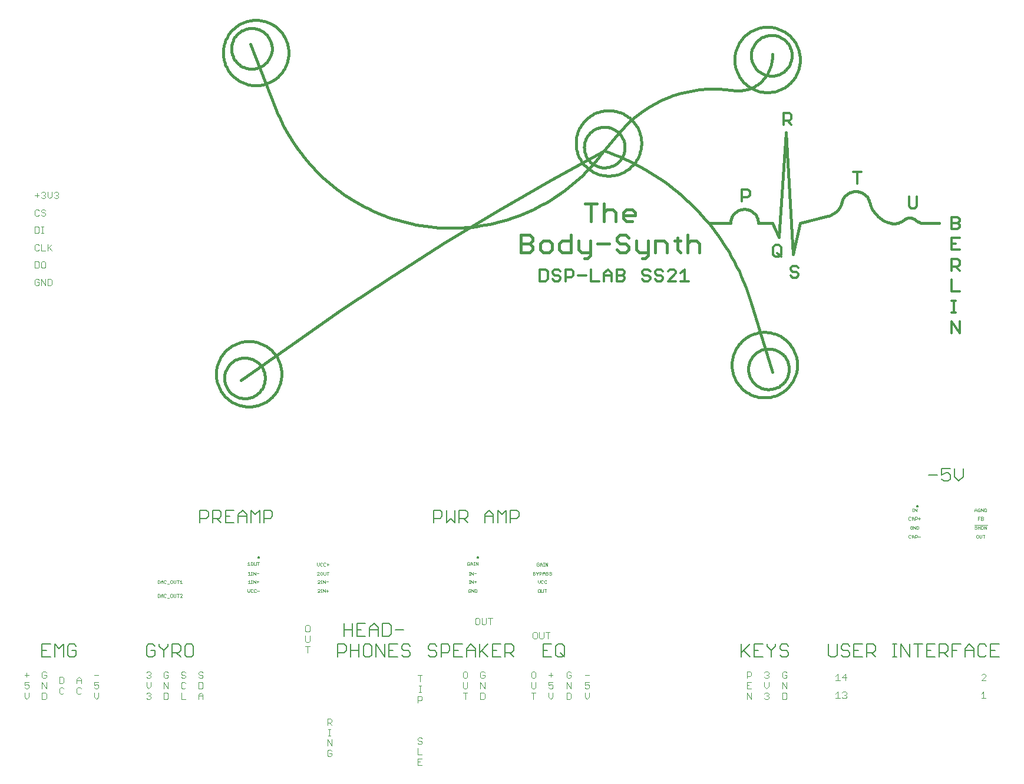
<source format=gto>
G75*
%MOIN*%
%OFA0B0*%
%FSLAX24Y24*%
%IPPOS*%
%LPD*%
%AMOC8*
5,1,8,0,0,1.08239X$1,22.5*
%
%ADD10C,0.0060*%
%ADD11C,0.0180*%
%ADD12C,0.0160*%
%ADD13C,0.0120*%
%ADD14C,0.0030*%
%ADD15C,0.0020*%
%ADD16C,0.0050*%
%ADD17C,0.0079*%
D10*
X029034Y016140D02*
X029520Y016140D01*
X029759Y016140D02*
X029759Y016869D01*
X030002Y016626D01*
X030245Y016869D01*
X030245Y016140D01*
X030484Y016262D02*
X030606Y016140D01*
X030848Y016140D01*
X030970Y016262D01*
X030970Y016505D01*
X030727Y016505D01*
X030970Y016747D02*
X030848Y016869D01*
X030606Y016869D01*
X030484Y016747D01*
X030484Y016262D01*
X029520Y016869D02*
X029034Y016869D01*
X029034Y016140D01*
X029034Y016505D02*
X029277Y016505D01*
X034940Y016747D02*
X034940Y016262D01*
X035061Y016140D01*
X035304Y016140D01*
X035425Y016262D01*
X035425Y016505D01*
X035182Y016505D01*
X034940Y016747D02*
X035061Y016869D01*
X035304Y016869D01*
X035425Y016747D01*
X035665Y016747D02*
X035907Y016505D01*
X035907Y016140D01*
X035907Y016505D02*
X036150Y016747D01*
X036150Y016869D01*
X036390Y016869D02*
X036754Y016869D01*
X036875Y016747D01*
X036875Y016505D01*
X036754Y016383D01*
X036390Y016383D01*
X036632Y016383D02*
X036875Y016140D01*
X037115Y016262D02*
X037236Y016140D01*
X037479Y016140D01*
X037600Y016262D01*
X037600Y016747D01*
X037479Y016869D01*
X037236Y016869D01*
X037115Y016747D01*
X037115Y016262D01*
X036390Y016140D02*
X036390Y016869D01*
X035665Y016869D02*
X035665Y016747D01*
X045757Y016869D02*
X045757Y016140D01*
X045757Y016383D02*
X046121Y016383D01*
X046242Y016505D01*
X046242Y016747D01*
X046121Y016869D01*
X045757Y016869D01*
X046119Y017322D02*
X046119Y018050D01*
X046119Y017686D02*
X046605Y017686D01*
X046844Y017686D02*
X047087Y017686D01*
X047330Y018050D02*
X046844Y018050D01*
X046844Y017322D01*
X047330Y017322D01*
X047569Y017322D02*
X047569Y017807D01*
X047812Y018050D01*
X048055Y017807D01*
X048055Y017322D01*
X048294Y017322D02*
X048658Y017322D01*
X048780Y017443D01*
X048780Y017928D01*
X048658Y018050D01*
X048294Y018050D01*
X048294Y017322D01*
X048055Y017686D02*
X047569Y017686D01*
X047571Y016869D02*
X047692Y016747D01*
X047692Y016262D01*
X047571Y016140D01*
X047328Y016140D01*
X047207Y016262D01*
X047207Y016747D01*
X047328Y016869D01*
X047571Y016869D01*
X047932Y016869D02*
X048417Y016140D01*
X048417Y016869D01*
X048657Y016869D02*
X048657Y016140D01*
X049142Y016140D01*
X049382Y016262D02*
X049503Y016140D01*
X049746Y016140D01*
X049867Y016262D01*
X049867Y016383D01*
X049746Y016505D01*
X049503Y016505D01*
X049382Y016626D01*
X049382Y016747D01*
X049503Y016869D01*
X049746Y016869D01*
X049867Y016747D01*
X049142Y016869D02*
X048657Y016869D01*
X048657Y016505D02*
X048900Y016505D01*
X047932Y016140D02*
X047932Y016869D01*
X046967Y016869D02*
X046967Y016140D01*
X046967Y016505D02*
X046482Y016505D01*
X046482Y016869D02*
X046482Y016140D01*
X046605Y017322D02*
X046605Y018050D01*
X049019Y017686D02*
X049505Y017686D01*
X050885Y016747D02*
X050885Y016626D01*
X051006Y016505D01*
X051249Y016505D01*
X051370Y016383D01*
X051370Y016262D01*
X051249Y016140D01*
X051006Y016140D01*
X050885Y016262D01*
X050885Y016747D02*
X051006Y016869D01*
X051249Y016869D01*
X051370Y016747D01*
X051610Y016869D02*
X051974Y016869D01*
X052095Y016747D01*
X052095Y016505D01*
X051974Y016383D01*
X051610Y016383D01*
X051610Y016140D02*
X051610Y016869D01*
X052335Y016869D02*
X052335Y016140D01*
X052820Y016140D01*
X053060Y016140D02*
X053060Y016626D01*
X053302Y016869D01*
X053545Y016626D01*
X053545Y016140D01*
X053785Y016140D02*
X053785Y016869D01*
X053906Y016505D02*
X054270Y016140D01*
X054510Y016140D02*
X054995Y016140D01*
X055235Y016140D02*
X055235Y016869D01*
X055599Y016869D01*
X055720Y016747D01*
X055720Y016505D01*
X055599Y016383D01*
X055235Y016383D01*
X055477Y016383D02*
X055720Y016140D01*
X054995Y016869D02*
X054510Y016869D01*
X054510Y016140D01*
X054510Y016505D02*
X054752Y016505D01*
X054270Y016869D02*
X053785Y016383D01*
X053545Y016505D02*
X053060Y016505D01*
X052820Y016869D02*
X052335Y016869D01*
X052335Y016505D02*
X052577Y016505D01*
X057381Y016505D02*
X057623Y016505D01*
X057381Y016869D02*
X057381Y016140D01*
X057866Y016140D01*
X058106Y016262D02*
X058227Y016140D01*
X058470Y016140D01*
X058591Y016262D01*
X058591Y016747D01*
X058470Y016869D01*
X058227Y016869D01*
X058106Y016747D01*
X058106Y016262D01*
X058348Y016383D02*
X058591Y016140D01*
X057866Y016869D02*
X057381Y016869D01*
X055532Y023739D02*
X055532Y024467D01*
X055896Y024467D01*
X056017Y024346D01*
X056017Y024103D01*
X055896Y023982D01*
X055532Y023982D01*
X055292Y023739D02*
X055292Y024467D01*
X055049Y024224D01*
X054807Y024467D01*
X054807Y023739D01*
X054567Y023739D02*
X054567Y024224D01*
X054324Y024467D01*
X054082Y024224D01*
X054082Y023739D01*
X054082Y024103D02*
X054567Y024103D01*
X053117Y024103D02*
X052996Y023982D01*
X052632Y023982D01*
X052874Y023982D02*
X053117Y023739D01*
X053117Y024103D02*
X053117Y024346D01*
X052996Y024467D01*
X052632Y024467D01*
X052632Y023739D01*
X052392Y023739D02*
X052392Y024467D01*
X051907Y024467D02*
X051907Y023739D01*
X052149Y023982D01*
X052392Y023739D01*
X051667Y024103D02*
X051546Y023982D01*
X051182Y023982D01*
X051182Y023739D02*
X051182Y024467D01*
X051546Y024467D01*
X051667Y024346D01*
X051667Y024103D01*
X042072Y024103D02*
X041951Y023982D01*
X041587Y023982D01*
X041587Y023739D02*
X041587Y024467D01*
X041951Y024467D01*
X042072Y024346D01*
X042072Y024103D01*
X041347Y024467D02*
X041347Y023739D01*
X040862Y023739D02*
X040862Y024467D01*
X041104Y024224D01*
X041347Y024467D01*
X040622Y024224D02*
X040622Y023739D01*
X040622Y024103D02*
X040137Y024103D01*
X040137Y024224D02*
X040379Y024467D01*
X040622Y024224D01*
X040137Y024224D02*
X040137Y023739D01*
X039897Y023739D02*
X039412Y023739D01*
X039412Y024467D01*
X039897Y024467D01*
X039654Y024103D02*
X039412Y024103D01*
X039172Y024103D02*
X039051Y023982D01*
X038687Y023982D01*
X038929Y023982D02*
X039172Y023739D01*
X039172Y024103D02*
X039172Y024346D01*
X039051Y024467D01*
X038687Y024467D01*
X038687Y023739D01*
X038325Y023982D02*
X037961Y023982D01*
X037961Y023739D02*
X037961Y024467D01*
X038325Y024467D01*
X038447Y024346D01*
X038447Y024103D01*
X038325Y023982D01*
X068601Y016869D02*
X068601Y016140D01*
X068601Y016383D02*
X069086Y016869D01*
X069326Y016869D02*
X069326Y016140D01*
X069812Y016140D01*
X069569Y016505D02*
X069326Y016505D01*
X069326Y016869D02*
X069812Y016869D01*
X070051Y016869D02*
X070051Y016747D01*
X070294Y016505D01*
X070294Y016140D01*
X070294Y016505D02*
X070537Y016747D01*
X070537Y016869D01*
X070776Y016747D02*
X070776Y016626D01*
X070898Y016505D01*
X071140Y016505D01*
X071262Y016383D01*
X071262Y016262D01*
X071140Y016140D01*
X070898Y016140D01*
X070776Y016262D01*
X070776Y016747D02*
X070898Y016869D01*
X071140Y016869D01*
X071262Y016747D01*
X069086Y016140D02*
X068722Y016505D01*
X073522Y016262D02*
X073644Y016140D01*
X073886Y016140D01*
X074008Y016262D01*
X074008Y016869D01*
X074247Y016747D02*
X074247Y016626D01*
X074369Y016505D01*
X074611Y016505D01*
X074733Y016383D01*
X074733Y016262D01*
X074611Y016140D01*
X074369Y016140D01*
X074247Y016262D01*
X074247Y016747D02*
X074369Y016869D01*
X074611Y016869D01*
X074733Y016747D01*
X074972Y016869D02*
X074972Y016140D01*
X075458Y016140D01*
X075697Y016140D02*
X075697Y016869D01*
X076061Y016869D01*
X076183Y016747D01*
X076183Y016505D01*
X076061Y016383D01*
X075697Y016383D01*
X075940Y016383D02*
X076183Y016140D01*
X077148Y016140D02*
X077390Y016140D01*
X077269Y016140D02*
X077269Y016869D01*
X077148Y016869D02*
X077390Y016869D01*
X077631Y016869D02*
X078116Y016140D01*
X078116Y016869D01*
X078356Y016869D02*
X078841Y016869D01*
X079081Y016869D02*
X079081Y016140D01*
X079566Y016140D01*
X079806Y016140D02*
X079806Y016869D01*
X080170Y016869D01*
X080291Y016747D01*
X080291Y016505D01*
X080170Y016383D01*
X079806Y016383D01*
X080049Y016383D02*
X080291Y016140D01*
X080531Y016140D02*
X080531Y016869D01*
X081016Y016869D01*
X081256Y016626D02*
X081499Y016869D01*
X081741Y016626D01*
X081741Y016140D01*
X081981Y016262D02*
X081981Y016747D01*
X082102Y016869D01*
X082345Y016869D01*
X082466Y016747D01*
X082706Y016869D02*
X082706Y016140D01*
X083191Y016140D01*
X082949Y016505D02*
X082706Y016505D01*
X082466Y016262D02*
X082345Y016140D01*
X082102Y016140D01*
X081981Y016262D01*
X081741Y016505D02*
X081256Y016505D01*
X081256Y016626D02*
X081256Y016140D01*
X080774Y016505D02*
X080531Y016505D01*
X079566Y016869D02*
X079081Y016869D01*
X079081Y016505D02*
X079324Y016505D01*
X078599Y016140D02*
X078599Y016869D01*
X077631Y016869D02*
X077631Y016140D01*
X075458Y016869D02*
X074972Y016869D01*
X074972Y016505D02*
X075215Y016505D01*
X073522Y016262D02*
X073522Y016869D01*
X082706Y016869D02*
X083191Y016869D01*
X080899Y026101D02*
X080657Y026344D01*
X080657Y026829D01*
X080417Y026829D02*
X079932Y026829D01*
X079932Y026465D01*
X080174Y026586D01*
X080296Y026586D01*
X080417Y026465D01*
X080417Y026222D01*
X080296Y026101D01*
X080053Y026101D01*
X079932Y026222D01*
X079692Y026465D02*
X079206Y026465D01*
X080899Y026101D02*
X081142Y026344D01*
X081142Y026829D01*
D11*
X066215Y039055D02*
X066215Y039556D01*
X066048Y039723D01*
X065714Y039723D01*
X065547Y039556D01*
X065156Y039723D02*
X064822Y039723D01*
X064989Y039890D02*
X064989Y039222D01*
X065156Y039055D01*
X065547Y039055D02*
X065547Y040057D01*
X064402Y039556D02*
X064402Y039055D01*
X064402Y039556D02*
X064235Y039723D01*
X063734Y039723D01*
X063734Y039055D01*
X063314Y039055D02*
X062813Y039055D01*
X062646Y039222D01*
X062646Y039723D01*
X062227Y039890D02*
X062060Y040057D01*
X061726Y040057D01*
X061559Y039890D01*
X061559Y039723D01*
X061726Y039556D01*
X062060Y039556D01*
X062227Y039389D01*
X062227Y039222D01*
X062060Y039055D01*
X061726Y039055D01*
X061559Y039222D01*
X061139Y039556D02*
X060471Y039556D01*
X060052Y039723D02*
X060052Y038888D01*
X059885Y038721D01*
X059718Y038721D01*
X059551Y039055D02*
X060052Y039055D01*
X059551Y039055D02*
X059384Y039222D01*
X059384Y039723D01*
X058964Y039723D02*
X058463Y039723D01*
X058296Y039556D01*
X058296Y039222D01*
X058463Y039055D01*
X058964Y039055D01*
X058964Y040057D01*
X057877Y039556D02*
X057710Y039723D01*
X057376Y039723D01*
X057209Y039556D01*
X057209Y039222D01*
X057376Y039055D01*
X057710Y039055D01*
X057877Y039222D01*
X057877Y039556D01*
X056789Y039723D02*
X056622Y039556D01*
X056121Y039556D01*
X056121Y039055D02*
X056121Y040057D01*
X056622Y040057D01*
X056789Y039890D01*
X056789Y039723D01*
X056622Y039556D02*
X056789Y039389D01*
X056789Y039222D01*
X056622Y039055D01*
X056121Y039055D01*
X060080Y040826D02*
X060080Y041828D01*
X059746Y041828D02*
X060414Y041828D01*
X060834Y041828D02*
X060834Y040826D01*
X060834Y041327D02*
X061001Y041494D01*
X061335Y041494D01*
X061502Y041327D01*
X061502Y040826D01*
X061921Y040993D02*
X061921Y041327D01*
X062088Y041494D01*
X062422Y041494D01*
X062589Y041327D01*
X062589Y041160D01*
X061921Y041160D01*
X061921Y040993D02*
X062088Y040826D01*
X062422Y040826D01*
X063314Y039723D02*
X063314Y038888D01*
X063147Y038721D01*
X062980Y038721D01*
D12*
X066799Y040717D02*
X067981Y040717D01*
X068768Y041504D02*
X068822Y041502D01*
X068875Y041497D01*
X068928Y041488D01*
X068980Y041475D01*
X069032Y041459D01*
X069082Y041439D01*
X069130Y041416D01*
X069177Y041389D01*
X069222Y041360D01*
X069265Y041327D01*
X069305Y041292D01*
X069343Y041254D01*
X069378Y041214D01*
X069411Y041171D01*
X069440Y041126D01*
X069467Y041079D01*
X069490Y041031D01*
X069510Y040981D01*
X069526Y040929D01*
X069539Y040877D01*
X069548Y040824D01*
X069553Y040771D01*
X069555Y040717D01*
X070343Y040717D01*
X070736Y039929D01*
X071130Y045835D01*
X071524Y038945D01*
X071918Y040717D01*
X073492Y041110D01*
X074279Y041898D02*
X074295Y041952D01*
X074314Y042006D01*
X074337Y042057D01*
X074364Y042107D01*
X074394Y042155D01*
X074427Y042201D01*
X074464Y042245D01*
X074503Y042285D01*
X074545Y042323D01*
X074590Y042358D01*
X074637Y042390D01*
X074686Y042418D01*
X074737Y042443D01*
X074789Y042464D01*
X074843Y042482D01*
X074898Y042495D01*
X074954Y042505D01*
X075010Y042511D01*
X075067Y042513D01*
X075124Y042511D01*
X075180Y042505D01*
X075236Y042495D01*
X075291Y042482D01*
X075345Y042464D01*
X075397Y042443D01*
X075448Y042418D01*
X075497Y042390D01*
X075544Y042358D01*
X075589Y042323D01*
X075631Y042285D01*
X075670Y042245D01*
X075707Y042201D01*
X075740Y042155D01*
X075770Y042107D01*
X075797Y042057D01*
X075820Y042006D01*
X075839Y041952D01*
X075855Y041898D01*
X077429Y040716D02*
X077483Y040731D01*
X077535Y040749D01*
X077587Y040770D01*
X077637Y040793D01*
X077686Y040819D01*
X077733Y040848D01*
X077779Y040879D01*
X077823Y040913D01*
X077857Y040939D01*
X077893Y040961D01*
X077932Y040979D01*
X077971Y040994D01*
X078012Y041006D01*
X078054Y041014D01*
X078097Y041018D01*
X078139Y041018D01*
X078182Y041014D01*
X078224Y041006D01*
X078265Y040994D01*
X078304Y040979D01*
X078343Y040961D01*
X078379Y040939D01*
X078413Y040913D01*
X078807Y040717D02*
X079792Y040717D01*
X078807Y040716D02*
X078753Y040731D01*
X078701Y040749D01*
X078649Y040770D01*
X078599Y040793D01*
X078550Y040819D01*
X078503Y040848D01*
X078457Y040879D01*
X078413Y040913D01*
X077430Y040716D02*
X077381Y040706D01*
X077332Y040698D01*
X077283Y040694D01*
X077233Y040692D01*
X077183Y040694D01*
X077134Y040698D01*
X077085Y040706D01*
X077036Y040716D01*
X077035Y040717D02*
X076959Y040739D01*
X076883Y040764D01*
X076808Y040792D01*
X076736Y040825D01*
X076664Y040860D01*
X076595Y040900D01*
X076528Y040942D01*
X076462Y040988D01*
X076399Y041037D01*
X076339Y041089D01*
X076281Y041144D01*
X076226Y041202D01*
X076174Y041262D01*
X076125Y041325D01*
X076079Y041391D01*
X076037Y041458D01*
X075997Y041527D01*
X075962Y041599D01*
X075929Y041671D01*
X075901Y041746D01*
X075876Y041822D01*
X075854Y041898D01*
X074280Y041898D02*
X074262Y041835D01*
X074241Y041774D01*
X074216Y041714D01*
X074187Y041655D01*
X074155Y041599D01*
X074120Y041544D01*
X074081Y041492D01*
X074040Y041442D01*
X073995Y041395D01*
X073948Y041350D01*
X073898Y041309D01*
X073846Y041270D01*
X073791Y041235D01*
X073735Y041203D01*
X073676Y041174D01*
X073616Y041149D01*
X073555Y041128D01*
X073492Y041110D01*
X068768Y041504D02*
X068714Y041502D01*
X068661Y041497D01*
X068608Y041488D01*
X068556Y041475D01*
X068504Y041459D01*
X068454Y041439D01*
X068406Y041416D01*
X068359Y041389D01*
X068314Y041360D01*
X068271Y041327D01*
X068231Y041292D01*
X068193Y041254D01*
X068158Y041214D01*
X068125Y041171D01*
X068096Y041126D01*
X068069Y041079D01*
X068046Y041031D01*
X068026Y040981D01*
X068010Y040929D01*
X067997Y040877D01*
X067988Y040824D01*
X067983Y040771D01*
X067981Y040717D01*
X068099Y048236D02*
X067930Y048261D01*
X067761Y048281D01*
X067591Y048297D01*
X067421Y048309D01*
X067251Y048317D01*
X067080Y048321D01*
X066910Y048320D01*
X066739Y048315D01*
X066569Y048307D01*
X066399Y048294D01*
X066229Y048276D01*
X066060Y048255D01*
X065891Y048229D01*
X065723Y048200D01*
X065556Y048166D01*
X065390Y048128D01*
X065224Y048086D01*
X065060Y048041D01*
X064897Y047991D01*
X064735Y047937D01*
X064575Y047879D01*
X064416Y047817D01*
X064258Y047752D01*
X064103Y047682D01*
X063949Y047609D01*
X063796Y047532D01*
X063646Y047451D01*
X063498Y047367D01*
X063352Y047279D01*
X063208Y047188D01*
X063066Y047093D01*
X062927Y046994D01*
X062790Y046892D01*
X062656Y046787D01*
X062524Y046679D01*
X062395Y046567D01*
X062269Y046453D01*
X062145Y046335D01*
X062025Y046214D01*
X061907Y046090D01*
X061793Y045964D01*
X061682Y045835D01*
X061681Y045835D02*
X060855Y044851D01*
X059705Y045008D02*
X059707Y045075D01*
X059713Y045143D01*
X059723Y045210D01*
X059737Y045276D01*
X059754Y045341D01*
X059776Y045405D01*
X059801Y045468D01*
X059830Y045529D01*
X059862Y045588D01*
X059898Y045645D01*
X059937Y045700D01*
X059979Y045753D01*
X060024Y045803D01*
X060072Y045850D01*
X060123Y045895D01*
X060176Y045936D01*
X060232Y045975D01*
X060290Y046010D01*
X060350Y046041D01*
X060411Y046069D01*
X060474Y046093D01*
X060538Y046114D01*
X060604Y046130D01*
X060670Y046143D01*
X060737Y046152D01*
X060804Y046157D01*
X060872Y046158D01*
X060939Y046155D01*
X061006Y046148D01*
X061073Y046137D01*
X061139Y046122D01*
X061204Y046104D01*
X061268Y046081D01*
X061330Y046055D01*
X061391Y046026D01*
X061449Y045992D01*
X061506Y045956D01*
X061561Y045916D01*
X061613Y045873D01*
X061662Y045827D01*
X061709Y045778D01*
X061753Y045727D01*
X061793Y045673D01*
X061831Y045617D01*
X061865Y045558D01*
X061895Y045498D01*
X061922Y045436D01*
X061946Y045373D01*
X061965Y045308D01*
X061981Y045243D01*
X061993Y045176D01*
X062001Y045109D01*
X062005Y045042D01*
X062005Y044974D01*
X062001Y044907D01*
X061993Y044840D01*
X061981Y044773D01*
X061965Y044708D01*
X061946Y044643D01*
X061922Y044580D01*
X061895Y044518D01*
X061865Y044458D01*
X061831Y044399D01*
X061793Y044343D01*
X061753Y044289D01*
X061709Y044238D01*
X061662Y044189D01*
X061613Y044143D01*
X061561Y044100D01*
X061506Y044060D01*
X061449Y044024D01*
X061391Y043990D01*
X061330Y043961D01*
X061268Y043935D01*
X061204Y043912D01*
X061139Y043894D01*
X061073Y043879D01*
X061006Y043868D01*
X060939Y043861D01*
X060872Y043858D01*
X060804Y043859D01*
X060737Y043864D01*
X060670Y043873D01*
X060604Y043886D01*
X060538Y043902D01*
X060474Y043923D01*
X060411Y043947D01*
X060350Y043975D01*
X060290Y044006D01*
X060232Y044041D01*
X060176Y044080D01*
X060123Y044121D01*
X060072Y044166D01*
X060024Y044213D01*
X059979Y044263D01*
X059937Y044316D01*
X059898Y044371D01*
X059862Y044428D01*
X059830Y044487D01*
X059801Y044548D01*
X059776Y044611D01*
X059754Y044675D01*
X059737Y044740D01*
X059723Y044806D01*
X059713Y044873D01*
X059707Y044941D01*
X059705Y045008D01*
X059240Y045244D02*
X059242Y045329D01*
X059248Y045415D01*
X059258Y045500D01*
X059272Y045584D01*
X059289Y045668D01*
X059311Y045751D01*
X059336Y045832D01*
X059365Y045913D01*
X059398Y045992D01*
X059434Y046069D01*
X059474Y046145D01*
X059517Y046218D01*
X059564Y046290D01*
X059614Y046359D01*
X059667Y046427D01*
X059723Y046491D01*
X059782Y046553D01*
X059844Y046612D01*
X059908Y046668D01*
X059976Y046721D01*
X060045Y046771D01*
X060117Y046818D01*
X060190Y046861D01*
X060266Y046901D01*
X060343Y046937D01*
X060422Y046970D01*
X060503Y046999D01*
X060584Y047024D01*
X060667Y047046D01*
X060751Y047063D01*
X060835Y047077D01*
X060920Y047087D01*
X061006Y047093D01*
X061091Y047095D01*
X061176Y047093D01*
X061262Y047087D01*
X061347Y047077D01*
X061431Y047063D01*
X061515Y047046D01*
X061598Y047024D01*
X061679Y046999D01*
X061760Y046970D01*
X061839Y046937D01*
X061916Y046901D01*
X061992Y046861D01*
X062065Y046818D01*
X062137Y046771D01*
X062206Y046721D01*
X062274Y046668D01*
X062338Y046612D01*
X062400Y046553D01*
X062459Y046491D01*
X062515Y046427D01*
X062568Y046359D01*
X062618Y046290D01*
X062665Y046218D01*
X062708Y046145D01*
X062748Y046069D01*
X062784Y045992D01*
X062817Y045913D01*
X062846Y045832D01*
X062871Y045751D01*
X062893Y045668D01*
X062910Y045584D01*
X062924Y045500D01*
X062934Y045415D01*
X062940Y045329D01*
X062942Y045244D01*
X062940Y045159D01*
X062934Y045073D01*
X062924Y044988D01*
X062910Y044904D01*
X062893Y044820D01*
X062871Y044737D01*
X062846Y044656D01*
X062817Y044575D01*
X062784Y044496D01*
X062748Y044419D01*
X062708Y044343D01*
X062665Y044270D01*
X062618Y044198D01*
X062568Y044129D01*
X062515Y044061D01*
X062459Y043997D01*
X062400Y043935D01*
X062338Y043876D01*
X062274Y043820D01*
X062206Y043767D01*
X062137Y043717D01*
X062065Y043670D01*
X061992Y043627D01*
X061916Y043587D01*
X061839Y043551D01*
X061760Y043518D01*
X061679Y043489D01*
X061598Y043464D01*
X061515Y043442D01*
X061431Y043425D01*
X061347Y043411D01*
X061262Y043401D01*
X061176Y043395D01*
X061091Y043393D01*
X061006Y043395D01*
X060920Y043401D01*
X060835Y043411D01*
X060751Y043425D01*
X060667Y043442D01*
X060584Y043464D01*
X060503Y043489D01*
X060422Y043518D01*
X060343Y043551D01*
X060266Y043587D01*
X060190Y043627D01*
X060117Y043670D01*
X060045Y043717D01*
X059976Y043767D01*
X059908Y043820D01*
X059844Y043876D01*
X059782Y043935D01*
X059723Y043997D01*
X059667Y044061D01*
X059614Y044129D01*
X059564Y044198D01*
X059517Y044270D01*
X059474Y044343D01*
X059434Y044419D01*
X059398Y044496D01*
X059365Y044575D01*
X059336Y044656D01*
X059311Y044737D01*
X059289Y044820D01*
X059272Y044904D01*
X059258Y044988D01*
X059248Y045073D01*
X059242Y045159D01*
X059240Y045244D01*
X068099Y048237D02*
X068185Y048225D01*
X068272Y048217D01*
X068359Y048213D01*
X068446Y048214D01*
X068533Y048217D01*
X068620Y048225D01*
X068706Y048237D01*
X068792Y048253D01*
X068877Y048272D01*
X068961Y048295D01*
X069044Y048322D01*
X069125Y048353D01*
X069205Y048387D01*
X069284Y048425D01*
X069361Y048466D01*
X069435Y048511D01*
X069508Y048559D01*
X069579Y048610D01*
X069647Y048664D01*
X069713Y048721D01*
X069776Y048782D01*
X069836Y048844D01*
X069893Y048910D01*
X069948Y048978D01*
X069999Y049048D01*
X070047Y049121D01*
X070092Y049196D01*
X070133Y049272D01*
X070171Y049351D01*
X070206Y049431D01*
X070236Y049512D01*
X070264Y049595D01*
X070287Y049679D01*
X070306Y049764D01*
X070322Y049850D01*
X070334Y049936D01*
X070342Y050023D01*
X070346Y050110D01*
X070347Y050197D01*
X070343Y050284D01*
X069153Y050205D02*
X069155Y050272D01*
X069161Y050340D01*
X069171Y050407D01*
X069185Y050473D01*
X069202Y050538D01*
X069224Y050602D01*
X069249Y050665D01*
X069278Y050726D01*
X069310Y050785D01*
X069346Y050842D01*
X069385Y050897D01*
X069427Y050950D01*
X069472Y051000D01*
X069520Y051047D01*
X069571Y051092D01*
X069624Y051133D01*
X069680Y051172D01*
X069738Y051207D01*
X069798Y051238D01*
X069859Y051266D01*
X069922Y051290D01*
X069986Y051311D01*
X070052Y051327D01*
X070118Y051340D01*
X070185Y051349D01*
X070252Y051354D01*
X070320Y051355D01*
X070387Y051352D01*
X070454Y051345D01*
X070521Y051334D01*
X070587Y051319D01*
X070652Y051301D01*
X070716Y051278D01*
X070778Y051252D01*
X070839Y051223D01*
X070897Y051189D01*
X070954Y051153D01*
X071009Y051113D01*
X071061Y051070D01*
X071110Y051024D01*
X071157Y050975D01*
X071201Y050924D01*
X071241Y050870D01*
X071279Y050814D01*
X071313Y050755D01*
X071343Y050695D01*
X071370Y050633D01*
X071394Y050570D01*
X071413Y050505D01*
X071429Y050440D01*
X071441Y050373D01*
X071449Y050306D01*
X071453Y050239D01*
X071453Y050171D01*
X071449Y050104D01*
X071441Y050037D01*
X071429Y049970D01*
X071413Y049905D01*
X071394Y049840D01*
X071370Y049777D01*
X071343Y049715D01*
X071313Y049655D01*
X071279Y049596D01*
X071241Y049540D01*
X071201Y049486D01*
X071157Y049435D01*
X071110Y049386D01*
X071061Y049340D01*
X071009Y049297D01*
X070954Y049257D01*
X070897Y049221D01*
X070839Y049187D01*
X070778Y049158D01*
X070716Y049132D01*
X070652Y049109D01*
X070587Y049091D01*
X070521Y049076D01*
X070454Y049065D01*
X070387Y049058D01*
X070320Y049055D01*
X070252Y049056D01*
X070185Y049061D01*
X070118Y049070D01*
X070052Y049083D01*
X069986Y049099D01*
X069922Y049120D01*
X069859Y049144D01*
X069798Y049172D01*
X069738Y049203D01*
X069680Y049238D01*
X069624Y049277D01*
X069571Y049318D01*
X069520Y049363D01*
X069472Y049410D01*
X069427Y049460D01*
X069385Y049513D01*
X069346Y049568D01*
X069310Y049625D01*
X069278Y049684D01*
X069249Y049745D01*
X069224Y049808D01*
X069202Y049872D01*
X069185Y049937D01*
X069171Y050003D01*
X069161Y050070D01*
X069155Y050138D01*
X069153Y050205D01*
X068216Y049969D02*
X068218Y050054D01*
X068224Y050140D01*
X068234Y050225D01*
X068248Y050309D01*
X068265Y050393D01*
X068287Y050476D01*
X068312Y050557D01*
X068341Y050638D01*
X068374Y050717D01*
X068410Y050794D01*
X068450Y050870D01*
X068493Y050943D01*
X068540Y051015D01*
X068590Y051084D01*
X068643Y051152D01*
X068699Y051216D01*
X068758Y051278D01*
X068820Y051337D01*
X068884Y051393D01*
X068952Y051446D01*
X069021Y051496D01*
X069093Y051543D01*
X069166Y051586D01*
X069242Y051626D01*
X069319Y051662D01*
X069398Y051695D01*
X069479Y051724D01*
X069560Y051749D01*
X069643Y051771D01*
X069727Y051788D01*
X069811Y051802D01*
X069896Y051812D01*
X069982Y051818D01*
X070067Y051820D01*
X070152Y051818D01*
X070238Y051812D01*
X070323Y051802D01*
X070407Y051788D01*
X070491Y051771D01*
X070574Y051749D01*
X070655Y051724D01*
X070736Y051695D01*
X070815Y051662D01*
X070892Y051626D01*
X070968Y051586D01*
X071041Y051543D01*
X071113Y051496D01*
X071182Y051446D01*
X071250Y051393D01*
X071314Y051337D01*
X071376Y051278D01*
X071435Y051216D01*
X071491Y051152D01*
X071544Y051084D01*
X071594Y051015D01*
X071641Y050943D01*
X071684Y050870D01*
X071724Y050794D01*
X071760Y050717D01*
X071793Y050638D01*
X071822Y050557D01*
X071847Y050476D01*
X071869Y050393D01*
X071886Y050309D01*
X071900Y050225D01*
X071910Y050140D01*
X071916Y050054D01*
X071918Y049969D01*
X071916Y049884D01*
X071910Y049798D01*
X071900Y049713D01*
X071886Y049629D01*
X071869Y049545D01*
X071847Y049462D01*
X071822Y049381D01*
X071793Y049300D01*
X071760Y049221D01*
X071724Y049144D01*
X071684Y049068D01*
X071641Y048995D01*
X071594Y048923D01*
X071544Y048854D01*
X071491Y048786D01*
X071435Y048722D01*
X071376Y048660D01*
X071314Y048601D01*
X071250Y048545D01*
X071182Y048492D01*
X071113Y048442D01*
X071041Y048395D01*
X070968Y048352D01*
X070892Y048312D01*
X070815Y048276D01*
X070736Y048243D01*
X070655Y048214D01*
X070574Y048189D01*
X070491Y048167D01*
X070407Y048150D01*
X070323Y048136D01*
X070238Y048126D01*
X070152Y048120D01*
X070067Y048118D01*
X069982Y048120D01*
X069896Y048126D01*
X069811Y048136D01*
X069727Y048150D01*
X069643Y048167D01*
X069560Y048189D01*
X069479Y048214D01*
X069398Y048243D01*
X069319Y048276D01*
X069242Y048312D01*
X069166Y048352D01*
X069093Y048395D01*
X069021Y048442D01*
X068952Y048492D01*
X068884Y048545D01*
X068820Y048601D01*
X068758Y048660D01*
X068699Y048722D01*
X068643Y048786D01*
X068590Y048854D01*
X068540Y048923D01*
X068493Y048995D01*
X068450Y049068D01*
X068410Y049144D01*
X068374Y049221D01*
X068341Y049300D01*
X068312Y049381D01*
X068287Y049462D01*
X068265Y049545D01*
X068248Y049629D01*
X068234Y049713D01*
X068224Y049798D01*
X068218Y049884D01*
X068216Y049969D01*
X060815Y044811D02*
X060658Y044602D01*
X060496Y044397D01*
X060329Y044195D01*
X060157Y043998D01*
X059980Y043805D01*
X059798Y043617D01*
X059612Y043433D01*
X059422Y043254D01*
X059227Y043079D01*
X059028Y042909D01*
X058825Y042745D01*
X058617Y042585D01*
X058406Y042430D01*
X058192Y042281D01*
X057973Y042137D01*
X057752Y041998D01*
X057526Y041864D01*
X057298Y041737D01*
X057067Y041615D01*
X056832Y041498D01*
X056595Y041388D01*
X056356Y041283D01*
X056113Y041184D01*
X055869Y041091D01*
X055622Y041004D01*
X055373Y040923D01*
X055123Y040848D01*
X054870Y040780D01*
X054616Y040718D01*
X054360Y040661D01*
X054104Y040612D01*
X053846Y040568D01*
X053587Y040531D01*
X053327Y040500D01*
X053066Y040475D01*
X052805Y040457D01*
X052544Y040446D01*
X052283Y040440D01*
X052021Y040441D01*
X051759Y040449D01*
X051498Y040463D01*
X051237Y040483D01*
X050977Y040510D01*
X050717Y040543D01*
X050459Y040582D01*
X050201Y040628D01*
X049945Y040680D01*
X049690Y040738D01*
X049436Y040803D01*
X049184Y040874D01*
X048934Y040950D01*
X048686Y041033D01*
X048440Y041122D01*
X048196Y041217D01*
X047955Y041318D01*
X047716Y041425D01*
X047480Y041538D01*
X047247Y041656D01*
X047016Y041780D01*
X046789Y041910D01*
X046565Y042045D01*
X046345Y042186D01*
X046127Y042332D01*
X045914Y042483D01*
X045704Y042640D01*
X045499Y042801D01*
X045297Y042968D01*
X045099Y043139D01*
X044906Y043315D01*
X044717Y043496D01*
X044532Y043682D01*
X044352Y043872D01*
X044177Y044066D01*
X044007Y044265D01*
X043841Y044467D01*
X043681Y044674D01*
X043525Y044884D01*
X043375Y045099D01*
X043230Y045316D01*
X043091Y045538D01*
X042957Y045762D01*
X042828Y045990D01*
X042706Y046221D01*
X042588Y046455D01*
X042477Y046692D01*
X042371Y046931D01*
X042272Y047173D01*
X040815Y050835D01*
X039744Y050599D02*
X039746Y050666D01*
X039752Y050734D01*
X039762Y050801D01*
X039776Y050867D01*
X039793Y050932D01*
X039815Y050996D01*
X039840Y051059D01*
X039869Y051120D01*
X039901Y051179D01*
X039937Y051236D01*
X039976Y051291D01*
X040018Y051344D01*
X040063Y051394D01*
X040111Y051441D01*
X040162Y051486D01*
X040215Y051527D01*
X040271Y051566D01*
X040329Y051601D01*
X040389Y051632D01*
X040450Y051660D01*
X040513Y051684D01*
X040577Y051705D01*
X040643Y051721D01*
X040709Y051734D01*
X040776Y051743D01*
X040843Y051748D01*
X040911Y051749D01*
X040978Y051746D01*
X041045Y051739D01*
X041112Y051728D01*
X041178Y051713D01*
X041243Y051695D01*
X041307Y051672D01*
X041369Y051646D01*
X041430Y051617D01*
X041488Y051583D01*
X041545Y051547D01*
X041600Y051507D01*
X041652Y051464D01*
X041701Y051418D01*
X041748Y051369D01*
X041792Y051318D01*
X041832Y051264D01*
X041870Y051208D01*
X041904Y051149D01*
X041934Y051089D01*
X041961Y051027D01*
X041985Y050964D01*
X042004Y050899D01*
X042020Y050834D01*
X042032Y050767D01*
X042040Y050700D01*
X042044Y050633D01*
X042044Y050565D01*
X042040Y050498D01*
X042032Y050431D01*
X042020Y050364D01*
X042004Y050299D01*
X041985Y050234D01*
X041961Y050171D01*
X041934Y050109D01*
X041904Y050049D01*
X041870Y049990D01*
X041832Y049934D01*
X041792Y049880D01*
X041748Y049829D01*
X041701Y049780D01*
X041652Y049734D01*
X041600Y049691D01*
X041545Y049651D01*
X041488Y049615D01*
X041430Y049581D01*
X041369Y049552D01*
X041307Y049526D01*
X041243Y049503D01*
X041178Y049485D01*
X041112Y049470D01*
X041045Y049459D01*
X040978Y049452D01*
X040911Y049449D01*
X040843Y049450D01*
X040776Y049455D01*
X040709Y049464D01*
X040643Y049477D01*
X040577Y049493D01*
X040513Y049514D01*
X040450Y049538D01*
X040389Y049566D01*
X040329Y049597D01*
X040271Y049632D01*
X040215Y049671D01*
X040162Y049712D01*
X040111Y049757D01*
X040063Y049804D01*
X040018Y049854D01*
X039976Y049907D01*
X039937Y049962D01*
X039901Y050019D01*
X039869Y050078D01*
X039840Y050139D01*
X039815Y050202D01*
X039793Y050266D01*
X039776Y050331D01*
X039762Y050397D01*
X039752Y050464D01*
X039746Y050532D01*
X039744Y050599D01*
X039279Y050362D02*
X039281Y050447D01*
X039287Y050533D01*
X039297Y050618D01*
X039311Y050702D01*
X039328Y050786D01*
X039350Y050869D01*
X039375Y050950D01*
X039404Y051031D01*
X039437Y051110D01*
X039473Y051187D01*
X039513Y051263D01*
X039556Y051336D01*
X039603Y051408D01*
X039653Y051477D01*
X039706Y051545D01*
X039762Y051609D01*
X039821Y051671D01*
X039883Y051730D01*
X039947Y051786D01*
X040015Y051839D01*
X040084Y051889D01*
X040156Y051936D01*
X040229Y051979D01*
X040305Y052019D01*
X040382Y052055D01*
X040461Y052088D01*
X040542Y052117D01*
X040623Y052142D01*
X040706Y052164D01*
X040790Y052181D01*
X040874Y052195D01*
X040959Y052205D01*
X041045Y052211D01*
X041130Y052213D01*
X041215Y052211D01*
X041301Y052205D01*
X041386Y052195D01*
X041470Y052181D01*
X041554Y052164D01*
X041637Y052142D01*
X041718Y052117D01*
X041799Y052088D01*
X041878Y052055D01*
X041955Y052019D01*
X042031Y051979D01*
X042104Y051936D01*
X042176Y051889D01*
X042245Y051839D01*
X042313Y051786D01*
X042377Y051730D01*
X042439Y051671D01*
X042498Y051609D01*
X042554Y051545D01*
X042607Y051477D01*
X042657Y051408D01*
X042704Y051336D01*
X042747Y051263D01*
X042787Y051187D01*
X042823Y051110D01*
X042856Y051031D01*
X042885Y050950D01*
X042910Y050869D01*
X042932Y050786D01*
X042949Y050702D01*
X042963Y050618D01*
X042973Y050533D01*
X042979Y050447D01*
X042981Y050362D01*
X042979Y050277D01*
X042973Y050191D01*
X042963Y050106D01*
X042949Y050022D01*
X042932Y049938D01*
X042910Y049855D01*
X042885Y049774D01*
X042856Y049693D01*
X042823Y049614D01*
X042787Y049537D01*
X042747Y049461D01*
X042704Y049388D01*
X042657Y049316D01*
X042607Y049247D01*
X042554Y049179D01*
X042498Y049115D01*
X042439Y049053D01*
X042377Y048994D01*
X042313Y048938D01*
X042245Y048885D01*
X042176Y048835D01*
X042104Y048788D01*
X042031Y048745D01*
X041955Y048705D01*
X041878Y048669D01*
X041799Y048636D01*
X041718Y048607D01*
X041637Y048582D01*
X041554Y048560D01*
X041470Y048543D01*
X041386Y048529D01*
X041301Y048519D01*
X041215Y048513D01*
X041130Y048511D01*
X041045Y048513D01*
X040959Y048519D01*
X040874Y048529D01*
X040790Y048543D01*
X040706Y048560D01*
X040623Y048582D01*
X040542Y048607D01*
X040461Y048636D01*
X040382Y048669D01*
X040305Y048705D01*
X040229Y048745D01*
X040156Y048788D01*
X040084Y048835D01*
X040015Y048885D01*
X039947Y048938D01*
X039883Y048994D01*
X039821Y049053D01*
X039762Y049115D01*
X039706Y049179D01*
X039653Y049247D01*
X039603Y049316D01*
X039556Y049388D01*
X039513Y049461D01*
X039473Y049537D01*
X039437Y049614D01*
X039404Y049693D01*
X039375Y049774D01*
X039350Y049855D01*
X039328Y049938D01*
X039311Y050022D01*
X039297Y050106D01*
X039287Y050191D01*
X039281Y050277D01*
X039279Y050362D01*
X043177Y033866D02*
X040303Y031819D01*
X039350Y031937D02*
X039352Y032004D01*
X039358Y032072D01*
X039368Y032139D01*
X039382Y032205D01*
X039399Y032270D01*
X039421Y032334D01*
X039446Y032397D01*
X039475Y032458D01*
X039507Y032517D01*
X039543Y032574D01*
X039582Y032629D01*
X039624Y032682D01*
X039669Y032732D01*
X039717Y032779D01*
X039768Y032824D01*
X039821Y032865D01*
X039877Y032904D01*
X039935Y032939D01*
X039995Y032970D01*
X040056Y032998D01*
X040119Y033022D01*
X040183Y033043D01*
X040249Y033059D01*
X040315Y033072D01*
X040382Y033081D01*
X040449Y033086D01*
X040517Y033087D01*
X040584Y033084D01*
X040651Y033077D01*
X040718Y033066D01*
X040784Y033051D01*
X040849Y033033D01*
X040913Y033010D01*
X040975Y032984D01*
X041036Y032955D01*
X041094Y032921D01*
X041151Y032885D01*
X041206Y032845D01*
X041258Y032802D01*
X041307Y032756D01*
X041354Y032707D01*
X041398Y032656D01*
X041438Y032602D01*
X041476Y032546D01*
X041510Y032487D01*
X041540Y032427D01*
X041567Y032365D01*
X041591Y032302D01*
X041610Y032237D01*
X041626Y032172D01*
X041638Y032105D01*
X041646Y032038D01*
X041650Y031971D01*
X041650Y031903D01*
X041646Y031836D01*
X041638Y031769D01*
X041626Y031702D01*
X041610Y031637D01*
X041591Y031572D01*
X041567Y031509D01*
X041540Y031447D01*
X041510Y031387D01*
X041476Y031328D01*
X041438Y031272D01*
X041398Y031218D01*
X041354Y031167D01*
X041307Y031118D01*
X041258Y031072D01*
X041206Y031029D01*
X041151Y030989D01*
X041094Y030953D01*
X041036Y030919D01*
X040975Y030890D01*
X040913Y030864D01*
X040849Y030841D01*
X040784Y030823D01*
X040718Y030808D01*
X040651Y030797D01*
X040584Y030790D01*
X040517Y030787D01*
X040449Y030788D01*
X040382Y030793D01*
X040315Y030802D01*
X040249Y030815D01*
X040183Y030831D01*
X040119Y030852D01*
X040056Y030876D01*
X039995Y030904D01*
X039935Y030935D01*
X039877Y030970D01*
X039821Y031009D01*
X039768Y031050D01*
X039717Y031095D01*
X039669Y031142D01*
X039624Y031192D01*
X039582Y031245D01*
X039543Y031300D01*
X039507Y031357D01*
X039475Y031416D01*
X039446Y031477D01*
X039421Y031540D01*
X039399Y031604D01*
X039382Y031669D01*
X039368Y031735D01*
X039358Y031802D01*
X039352Y031870D01*
X039350Y031937D01*
X038885Y032173D02*
X038887Y032258D01*
X038893Y032344D01*
X038903Y032429D01*
X038917Y032513D01*
X038934Y032597D01*
X038956Y032680D01*
X038981Y032761D01*
X039010Y032842D01*
X039043Y032921D01*
X039079Y032998D01*
X039119Y033074D01*
X039162Y033147D01*
X039209Y033219D01*
X039259Y033288D01*
X039312Y033356D01*
X039368Y033420D01*
X039427Y033482D01*
X039489Y033541D01*
X039553Y033597D01*
X039621Y033650D01*
X039690Y033700D01*
X039762Y033747D01*
X039835Y033790D01*
X039911Y033830D01*
X039988Y033866D01*
X040067Y033899D01*
X040148Y033928D01*
X040229Y033953D01*
X040312Y033975D01*
X040396Y033992D01*
X040480Y034006D01*
X040565Y034016D01*
X040651Y034022D01*
X040736Y034024D01*
X040821Y034022D01*
X040907Y034016D01*
X040992Y034006D01*
X041076Y033992D01*
X041160Y033975D01*
X041243Y033953D01*
X041324Y033928D01*
X041405Y033899D01*
X041484Y033866D01*
X041561Y033830D01*
X041637Y033790D01*
X041710Y033747D01*
X041782Y033700D01*
X041851Y033650D01*
X041919Y033597D01*
X041983Y033541D01*
X042045Y033482D01*
X042104Y033420D01*
X042160Y033356D01*
X042213Y033288D01*
X042263Y033219D01*
X042310Y033147D01*
X042353Y033074D01*
X042393Y032998D01*
X042429Y032921D01*
X042462Y032842D01*
X042491Y032761D01*
X042516Y032680D01*
X042538Y032597D01*
X042555Y032513D01*
X042569Y032429D01*
X042579Y032344D01*
X042585Y032258D01*
X042587Y032173D01*
X042585Y032088D01*
X042579Y032002D01*
X042569Y031917D01*
X042555Y031833D01*
X042538Y031749D01*
X042516Y031666D01*
X042491Y031585D01*
X042462Y031504D01*
X042429Y031425D01*
X042393Y031348D01*
X042353Y031272D01*
X042310Y031199D01*
X042263Y031127D01*
X042213Y031058D01*
X042160Y030990D01*
X042104Y030926D01*
X042045Y030864D01*
X041983Y030805D01*
X041919Y030749D01*
X041851Y030696D01*
X041782Y030646D01*
X041710Y030599D01*
X041637Y030556D01*
X041561Y030516D01*
X041484Y030480D01*
X041405Y030447D01*
X041324Y030418D01*
X041243Y030393D01*
X041160Y030371D01*
X041076Y030354D01*
X040992Y030340D01*
X040907Y030330D01*
X040821Y030324D01*
X040736Y030322D01*
X040651Y030324D01*
X040565Y030330D01*
X040480Y030340D01*
X040396Y030354D01*
X040312Y030371D01*
X040229Y030393D01*
X040148Y030418D01*
X040067Y030447D01*
X039988Y030480D01*
X039911Y030516D01*
X039835Y030556D01*
X039762Y030599D01*
X039690Y030646D01*
X039621Y030696D01*
X039553Y030749D01*
X039489Y030805D01*
X039427Y030864D01*
X039368Y030926D01*
X039312Y030990D01*
X039259Y031058D01*
X039209Y031127D01*
X039162Y031199D01*
X039119Y031272D01*
X039079Y031348D01*
X039043Y031425D01*
X039010Y031504D01*
X038981Y031585D01*
X038956Y031666D01*
X038934Y031749D01*
X038917Y031833D01*
X038903Y031917D01*
X038893Y032002D01*
X038887Y032088D01*
X038885Y032173D01*
X060815Y044811D02*
X061116Y044705D01*
X061415Y044591D01*
X061711Y044470D01*
X062004Y044342D01*
X062293Y044207D01*
X062580Y044065D01*
X062862Y043916D01*
X063141Y043761D01*
X063416Y043598D01*
X063687Y043429D01*
X063954Y043253D01*
X064217Y043071D01*
X064475Y042882D01*
X064728Y042687D01*
X064977Y042486D01*
X065220Y042280D01*
X065459Y042067D01*
X065692Y041848D01*
X065920Y041624D01*
X066142Y041395D01*
X066358Y041160D01*
X066569Y040919D01*
X066774Y040674D01*
X066973Y040424D01*
X067166Y040169D01*
X067352Y039910D01*
X067532Y039646D01*
X067706Y039377D01*
X067873Y039105D01*
X068033Y038829D01*
X068187Y038548D01*
X068333Y038264D01*
X068473Y037977D01*
X068606Y037686D01*
X068731Y037393D01*
X068850Y037096D01*
X068961Y036796D01*
X069065Y036494D01*
X069161Y036189D01*
X069162Y036189D02*
X070343Y032292D01*
X068996Y032449D02*
X068998Y032516D01*
X069004Y032584D01*
X069014Y032651D01*
X069028Y032717D01*
X069045Y032782D01*
X069067Y032846D01*
X069092Y032909D01*
X069121Y032970D01*
X069153Y033029D01*
X069189Y033086D01*
X069228Y033141D01*
X069270Y033194D01*
X069315Y033244D01*
X069363Y033291D01*
X069414Y033336D01*
X069467Y033377D01*
X069523Y033416D01*
X069581Y033451D01*
X069641Y033482D01*
X069702Y033510D01*
X069765Y033534D01*
X069829Y033555D01*
X069895Y033571D01*
X069961Y033584D01*
X070028Y033593D01*
X070095Y033598D01*
X070163Y033599D01*
X070230Y033596D01*
X070297Y033589D01*
X070364Y033578D01*
X070430Y033563D01*
X070495Y033545D01*
X070559Y033522D01*
X070621Y033496D01*
X070682Y033467D01*
X070740Y033433D01*
X070797Y033397D01*
X070852Y033357D01*
X070904Y033314D01*
X070953Y033268D01*
X071000Y033219D01*
X071044Y033168D01*
X071084Y033114D01*
X071122Y033058D01*
X071156Y032999D01*
X071186Y032939D01*
X071213Y032877D01*
X071237Y032814D01*
X071256Y032749D01*
X071272Y032684D01*
X071284Y032617D01*
X071292Y032550D01*
X071296Y032483D01*
X071296Y032415D01*
X071292Y032348D01*
X071284Y032281D01*
X071272Y032214D01*
X071256Y032149D01*
X071237Y032084D01*
X071213Y032021D01*
X071186Y031959D01*
X071156Y031899D01*
X071122Y031840D01*
X071084Y031784D01*
X071044Y031730D01*
X071000Y031679D01*
X070953Y031630D01*
X070904Y031584D01*
X070852Y031541D01*
X070797Y031501D01*
X070740Y031465D01*
X070682Y031431D01*
X070621Y031402D01*
X070559Y031376D01*
X070495Y031353D01*
X070430Y031335D01*
X070364Y031320D01*
X070297Y031309D01*
X070230Y031302D01*
X070163Y031299D01*
X070095Y031300D01*
X070028Y031305D01*
X069961Y031314D01*
X069895Y031327D01*
X069829Y031343D01*
X069765Y031364D01*
X069702Y031388D01*
X069641Y031416D01*
X069581Y031447D01*
X069523Y031482D01*
X069467Y031521D01*
X069414Y031562D01*
X069363Y031607D01*
X069315Y031654D01*
X069270Y031704D01*
X069228Y031757D01*
X069189Y031812D01*
X069153Y031869D01*
X069121Y031928D01*
X069092Y031989D01*
X069067Y032052D01*
X069045Y032116D01*
X069028Y032181D01*
X069014Y032247D01*
X069004Y032314D01*
X068998Y032382D01*
X068996Y032449D01*
X068059Y032685D02*
X068061Y032770D01*
X068067Y032856D01*
X068077Y032941D01*
X068091Y033025D01*
X068108Y033109D01*
X068130Y033192D01*
X068155Y033273D01*
X068184Y033354D01*
X068217Y033433D01*
X068253Y033510D01*
X068293Y033586D01*
X068336Y033659D01*
X068383Y033731D01*
X068433Y033800D01*
X068486Y033868D01*
X068542Y033932D01*
X068601Y033994D01*
X068663Y034053D01*
X068727Y034109D01*
X068795Y034162D01*
X068864Y034212D01*
X068936Y034259D01*
X069009Y034302D01*
X069085Y034342D01*
X069162Y034378D01*
X069241Y034411D01*
X069322Y034440D01*
X069403Y034465D01*
X069486Y034487D01*
X069570Y034504D01*
X069654Y034518D01*
X069739Y034528D01*
X069825Y034534D01*
X069910Y034536D01*
X069995Y034534D01*
X070081Y034528D01*
X070166Y034518D01*
X070250Y034504D01*
X070334Y034487D01*
X070417Y034465D01*
X070498Y034440D01*
X070579Y034411D01*
X070658Y034378D01*
X070735Y034342D01*
X070811Y034302D01*
X070884Y034259D01*
X070956Y034212D01*
X071025Y034162D01*
X071093Y034109D01*
X071157Y034053D01*
X071219Y033994D01*
X071278Y033932D01*
X071334Y033868D01*
X071387Y033800D01*
X071437Y033731D01*
X071484Y033659D01*
X071527Y033586D01*
X071567Y033510D01*
X071603Y033433D01*
X071636Y033354D01*
X071665Y033273D01*
X071690Y033192D01*
X071712Y033109D01*
X071729Y033025D01*
X071743Y032941D01*
X071753Y032856D01*
X071759Y032770D01*
X071761Y032685D01*
X071759Y032600D01*
X071753Y032514D01*
X071743Y032429D01*
X071729Y032345D01*
X071712Y032261D01*
X071690Y032178D01*
X071665Y032097D01*
X071636Y032016D01*
X071603Y031937D01*
X071567Y031860D01*
X071527Y031784D01*
X071484Y031711D01*
X071437Y031639D01*
X071387Y031570D01*
X071334Y031502D01*
X071278Y031438D01*
X071219Y031376D01*
X071157Y031317D01*
X071093Y031261D01*
X071025Y031208D01*
X070956Y031158D01*
X070884Y031111D01*
X070811Y031068D01*
X070735Y031028D01*
X070658Y030992D01*
X070579Y030959D01*
X070498Y030930D01*
X070417Y030905D01*
X070334Y030883D01*
X070250Y030866D01*
X070166Y030852D01*
X070081Y030842D01*
X069995Y030836D01*
X069910Y030834D01*
X069825Y030836D01*
X069739Y030842D01*
X069654Y030852D01*
X069570Y030866D01*
X069486Y030883D01*
X069403Y030905D01*
X069322Y030930D01*
X069241Y030959D01*
X069162Y030992D01*
X069085Y031028D01*
X069009Y031068D01*
X068936Y031111D01*
X068864Y031158D01*
X068795Y031208D01*
X068727Y031261D01*
X068663Y031317D01*
X068601Y031376D01*
X068542Y031438D01*
X068486Y031502D01*
X068433Y031570D01*
X068383Y031639D01*
X068336Y031711D01*
X068293Y031784D01*
X068253Y031860D01*
X068217Y031937D01*
X068184Y032016D01*
X068155Y032097D01*
X068130Y032178D01*
X068108Y032261D01*
X068091Y032345D01*
X068077Y032429D01*
X068067Y032514D01*
X068061Y032600D01*
X068059Y032685D01*
X060854Y044811D02*
X057812Y043147D01*
X054807Y041418D01*
X051839Y039624D01*
X048911Y037767D01*
X046023Y035848D01*
X043177Y033866D01*
D13*
X057194Y037430D02*
X057528Y037430D01*
X057640Y037542D01*
X057640Y037987D01*
X057528Y038098D01*
X057194Y038098D01*
X057194Y037430D01*
X057919Y037542D02*
X058031Y037430D01*
X058253Y037430D01*
X058365Y037542D01*
X058365Y037653D01*
X058253Y037764D01*
X058031Y037764D01*
X057919Y037876D01*
X057919Y037987D01*
X058031Y038098D01*
X058253Y038098D01*
X058365Y037987D01*
X058644Y038098D02*
X058644Y037430D01*
X058644Y037653D02*
X058978Y037653D01*
X059090Y037764D01*
X059090Y037987D01*
X058978Y038098D01*
X058644Y038098D01*
X059369Y037764D02*
X059815Y037764D01*
X060094Y037430D02*
X060540Y037430D01*
X060819Y037430D02*
X060819Y037876D01*
X061042Y038098D01*
X061265Y037876D01*
X061265Y037430D01*
X061545Y037430D02*
X061878Y037430D01*
X061990Y037542D01*
X061990Y037653D01*
X061878Y037764D01*
X061545Y037764D01*
X061265Y037764D02*
X060819Y037764D01*
X060094Y038098D02*
X060094Y037430D01*
X061545Y037430D02*
X061545Y038098D01*
X061878Y038098D01*
X061990Y037987D01*
X061990Y037876D01*
X061878Y037764D01*
X062995Y037876D02*
X063106Y037764D01*
X063329Y037764D01*
X063440Y037653D01*
X063440Y037542D01*
X063329Y037430D01*
X063106Y037430D01*
X062995Y037542D01*
X062995Y037876D02*
X062995Y037987D01*
X063106Y038098D01*
X063329Y038098D01*
X063440Y037987D01*
X063720Y037987D02*
X063720Y037876D01*
X063831Y037764D01*
X064054Y037764D01*
X064165Y037653D01*
X064165Y037542D01*
X064054Y037430D01*
X063831Y037430D01*
X063720Y037542D01*
X063720Y037987D02*
X063831Y038098D01*
X064054Y038098D01*
X064165Y037987D01*
X064445Y037987D02*
X064556Y038098D01*
X064779Y038098D01*
X064890Y037987D01*
X064890Y037876D01*
X064445Y037430D01*
X064890Y037430D01*
X065170Y037430D02*
X065615Y037430D01*
X065392Y037430D02*
X065392Y038098D01*
X065170Y037876D01*
X070403Y038920D02*
X070514Y038808D01*
X070737Y038808D01*
X070848Y038920D01*
X070848Y039365D01*
X070737Y039476D01*
X070514Y039476D01*
X070403Y039365D01*
X070403Y038920D01*
X070625Y039031D02*
X070848Y038808D01*
X071387Y038184D02*
X071387Y038073D01*
X071498Y037961D01*
X071721Y037961D01*
X071832Y037850D01*
X071832Y037739D01*
X071721Y037627D01*
X071498Y037627D01*
X071387Y037739D01*
X071387Y038184D02*
X071498Y038295D01*
X071721Y038295D01*
X071832Y038184D01*
X068631Y041958D02*
X068631Y042626D01*
X068965Y042626D01*
X069076Y042515D01*
X069076Y042292D01*
X068965Y042181D01*
X068631Y042181D01*
X074930Y043610D02*
X075376Y043610D01*
X075153Y043610D02*
X075153Y042942D01*
X078080Y042232D02*
X078080Y041676D01*
X078191Y041564D01*
X078414Y041564D01*
X078525Y041676D01*
X078525Y042232D01*
X080505Y041051D02*
X080839Y041051D01*
X080950Y040940D01*
X080950Y040828D01*
X080839Y040717D01*
X080505Y040717D01*
X080839Y040717D02*
X080950Y040606D01*
X080950Y040494D01*
X080839Y040383D01*
X080505Y040383D01*
X080505Y041051D01*
X080505Y039870D02*
X080505Y039202D01*
X080950Y039202D01*
X080727Y039536D02*
X080505Y039536D01*
X080505Y039870D02*
X080950Y039870D01*
X080839Y038689D02*
X080505Y038689D01*
X080505Y038021D01*
X080505Y038244D02*
X080839Y038244D01*
X080950Y038355D01*
X080950Y038578D01*
X080839Y038689D01*
X080727Y038244D02*
X080950Y038021D01*
X080505Y037508D02*
X080505Y036840D01*
X080950Y036840D01*
X080727Y036327D02*
X080505Y036327D01*
X080616Y036327D02*
X080616Y035659D01*
X080505Y035659D02*
X080727Y035659D01*
X080505Y035146D02*
X080950Y034478D01*
X080950Y035146D01*
X080505Y035146D02*
X080505Y034478D01*
X071439Y046289D02*
X071216Y046511D01*
X071327Y046511D02*
X070993Y046511D01*
X070993Y046289D02*
X070993Y046957D01*
X071327Y046957D01*
X071439Y046845D01*
X071439Y046623D01*
X071327Y046511D01*
D14*
X028172Y013763D02*
X028051Y013885D01*
X028051Y014127D01*
X028111Y014354D02*
X028051Y014415D01*
X028111Y014354D02*
X028233Y014354D01*
X028293Y014415D01*
X028293Y014536D01*
X028233Y014597D01*
X028172Y014597D01*
X028051Y014536D01*
X028051Y014718D01*
X028293Y014718D01*
X028172Y015005D02*
X028172Y015248D01*
X028051Y015126D02*
X028293Y015126D01*
X029035Y015005D02*
X029095Y014944D01*
X029217Y014944D01*
X029277Y015005D01*
X029277Y015126D01*
X029156Y015126D01*
X029035Y015248D02*
X029035Y015005D01*
X029035Y015248D02*
X029095Y015308D01*
X029217Y015308D01*
X029277Y015248D01*
X029277Y014718D02*
X029277Y014354D01*
X029035Y014718D01*
X029035Y014354D01*
X029035Y014127D02*
X029217Y014127D01*
X029277Y014067D01*
X029277Y013824D01*
X029217Y013763D01*
X029035Y013763D01*
X029035Y014127D01*
X028293Y014127D02*
X028293Y013885D01*
X028172Y013763D01*
X030019Y014119D02*
X030080Y014059D01*
X030201Y014059D01*
X030262Y014119D01*
X030262Y014362D02*
X030201Y014423D01*
X030080Y014423D01*
X030019Y014362D01*
X030019Y014119D01*
X030019Y014649D02*
X030201Y014649D01*
X030262Y014710D01*
X030262Y014952D01*
X030201Y015013D01*
X030019Y015013D01*
X030019Y014649D01*
X031003Y014649D02*
X031003Y014892D01*
X031125Y015013D01*
X031246Y014892D01*
X031246Y014649D01*
X031246Y014831D02*
X031003Y014831D01*
X031064Y014423D02*
X031003Y014362D01*
X031003Y014119D01*
X031064Y014059D01*
X031185Y014059D01*
X031246Y014119D01*
X031246Y014362D02*
X031185Y014423D01*
X031064Y014423D01*
X031988Y014415D02*
X032048Y014354D01*
X032170Y014354D01*
X032230Y014415D01*
X032230Y014536D01*
X032170Y014597D01*
X032109Y014597D01*
X031988Y014536D01*
X031988Y014718D01*
X032230Y014718D01*
X032230Y015126D02*
X031988Y015126D01*
X031988Y014127D02*
X031988Y013885D01*
X032109Y013763D01*
X032230Y013885D01*
X032230Y014127D01*
X034940Y014067D02*
X035001Y014127D01*
X035122Y014127D01*
X035183Y014067D01*
X035183Y014006D01*
X035122Y013945D01*
X035183Y013885D01*
X035183Y013824D01*
X035122Y013763D01*
X035001Y013763D01*
X034940Y013824D01*
X035062Y013945D02*
X035122Y013945D01*
X035062Y014354D02*
X035183Y014475D01*
X035183Y014718D01*
X035122Y014944D02*
X035001Y014944D01*
X034940Y015005D01*
X035062Y015126D02*
X035122Y015126D01*
X035183Y015066D01*
X035183Y015005D01*
X035122Y014944D01*
X035122Y015126D02*
X035183Y015187D01*
X035183Y015248D01*
X035122Y015308D01*
X035001Y015308D01*
X034940Y015248D01*
X034940Y014718D02*
X034940Y014475D01*
X035062Y014354D01*
X035925Y014354D02*
X035925Y014718D01*
X036167Y014354D01*
X036167Y014718D01*
X036107Y014944D02*
X036167Y015005D01*
X036167Y015126D01*
X036046Y015126D01*
X035925Y015005D02*
X035985Y014944D01*
X036107Y014944D01*
X035925Y015005D02*
X035925Y015248D01*
X035985Y015308D01*
X036107Y015308D01*
X036167Y015248D01*
X036909Y015248D02*
X036909Y015187D01*
X036969Y015126D01*
X037091Y015126D01*
X037151Y015066D01*
X037151Y015005D01*
X037091Y014944D01*
X036969Y014944D01*
X036909Y015005D01*
X036909Y015248D02*
X036969Y015308D01*
X037091Y015308D01*
X037151Y015248D01*
X037091Y014718D02*
X036969Y014718D01*
X036909Y014657D01*
X036909Y014415D01*
X036969Y014354D01*
X037091Y014354D01*
X037151Y014415D01*
X037151Y014657D02*
X037091Y014718D01*
X036909Y014127D02*
X036909Y013763D01*
X037151Y013763D01*
X037893Y013763D02*
X037893Y014006D01*
X038014Y014127D01*
X038136Y014006D01*
X038136Y013763D01*
X038136Y013945D02*
X037893Y013945D01*
X037893Y014354D02*
X038075Y014354D01*
X038136Y014415D01*
X038136Y014657D01*
X038075Y014718D01*
X037893Y014718D01*
X037893Y014354D01*
X037954Y014944D02*
X037893Y015005D01*
X037954Y014944D02*
X038075Y014944D01*
X038136Y015005D01*
X038136Y015066D01*
X038075Y015126D01*
X037954Y015126D01*
X037893Y015187D01*
X037893Y015248D01*
X037954Y015308D01*
X038075Y015308D01*
X038136Y015248D01*
X036167Y014067D02*
X036167Y013824D01*
X036107Y013763D01*
X035925Y013763D01*
X035925Y014127D01*
X036107Y014127D01*
X036167Y014067D01*
X043936Y016755D02*
X044179Y016755D01*
X044058Y016755D02*
X044058Y016391D01*
X044118Y016982D02*
X044179Y017042D01*
X044179Y017346D01*
X044118Y017572D02*
X044179Y017633D01*
X044179Y017876D01*
X044118Y017936D01*
X043997Y017936D01*
X043936Y017876D01*
X043936Y017633D01*
X043997Y017572D01*
X044118Y017572D01*
X043936Y017346D02*
X043936Y017042D01*
X043997Y016982D01*
X044118Y016982D01*
X050295Y015112D02*
X050537Y015112D01*
X050416Y015112D02*
X050416Y014748D01*
X050416Y014521D02*
X050416Y014157D01*
X050476Y014157D02*
X050355Y014157D01*
X050295Y013930D02*
X050477Y013930D01*
X050537Y013870D01*
X050537Y013748D01*
X050477Y013688D01*
X050295Y013688D01*
X050295Y013566D02*
X050295Y013930D01*
X050355Y014521D02*
X050476Y014521D01*
X052854Y014415D02*
X052914Y014354D01*
X053036Y014354D01*
X053096Y014415D01*
X053096Y014718D01*
X053036Y014944D02*
X053096Y015005D01*
X053096Y015248D01*
X053036Y015308D01*
X052914Y015308D01*
X052854Y015248D01*
X052854Y015005D01*
X052914Y014944D01*
X053036Y014944D01*
X052854Y014718D02*
X052854Y014415D01*
X052854Y014127D02*
X053096Y014127D01*
X052975Y014127D02*
X052975Y013763D01*
X053838Y013763D02*
X053838Y014127D01*
X054020Y014127D01*
X054081Y014067D01*
X054081Y013824D01*
X054020Y013763D01*
X053838Y013763D01*
X053838Y014354D02*
X053838Y014718D01*
X054081Y014354D01*
X054081Y014718D01*
X054020Y014944D02*
X054081Y015005D01*
X054081Y015126D01*
X053959Y015126D01*
X053838Y015005D02*
X053899Y014944D01*
X054020Y014944D01*
X053838Y015005D02*
X053838Y015248D01*
X053899Y015308D01*
X054020Y015308D01*
X054081Y015248D01*
X056712Y015248D02*
X056712Y015005D01*
X056773Y014944D01*
X056894Y014944D01*
X056955Y015005D01*
X056955Y015248D01*
X056894Y015308D01*
X056773Y015308D01*
X056712Y015248D01*
X056712Y014718D02*
X056712Y014415D01*
X056773Y014354D01*
X056894Y014354D01*
X056955Y014415D01*
X056955Y014718D01*
X056955Y014127D02*
X056712Y014127D01*
X056833Y014127D02*
X056833Y013763D01*
X057696Y013885D02*
X057696Y014127D01*
X057757Y014354D02*
X057696Y014415D01*
X057757Y014354D02*
X057878Y014354D01*
X057939Y014415D01*
X057939Y014536D01*
X057878Y014597D01*
X057818Y014597D01*
X057696Y014536D01*
X057696Y014718D01*
X057939Y014718D01*
X057818Y015005D02*
X057818Y015248D01*
X057939Y015126D02*
X057696Y015126D01*
X057939Y014127D02*
X057939Y013885D01*
X057818Y013763D01*
X057696Y013885D01*
X058720Y013763D02*
X058720Y014127D01*
X058902Y014127D01*
X058963Y014067D01*
X058963Y013824D01*
X058902Y013763D01*
X058720Y013763D01*
X058720Y014354D02*
X058720Y014718D01*
X058963Y014354D01*
X058963Y014718D01*
X058902Y014944D02*
X058963Y015005D01*
X058963Y015126D01*
X058841Y015126D01*
X058720Y015005D02*
X058781Y014944D01*
X058902Y014944D01*
X058720Y015005D02*
X058720Y015248D01*
X058781Y015308D01*
X058902Y015308D01*
X058963Y015248D01*
X059743Y015126D02*
X059986Y015126D01*
X059986Y014718D02*
X059743Y014718D01*
X059743Y014536D01*
X059865Y014597D01*
X059925Y014597D01*
X059986Y014536D01*
X059986Y014415D01*
X059925Y014354D01*
X059804Y014354D01*
X059743Y014415D01*
X059743Y014127D02*
X059743Y013885D01*
X059865Y013763D01*
X059986Y013885D01*
X059986Y014127D01*
X057649Y017179D02*
X057649Y017543D01*
X057770Y017543D02*
X057527Y017543D01*
X057407Y017543D02*
X057407Y017239D01*
X057347Y017179D01*
X057225Y017179D01*
X057165Y017239D01*
X057165Y017543D01*
X057045Y017482D02*
X056984Y017543D01*
X056863Y017543D01*
X056802Y017482D01*
X056802Y017239D01*
X056863Y017179D01*
X056984Y017179D01*
X057045Y017239D01*
X057045Y017482D01*
X054512Y018340D02*
X054269Y018340D01*
X054150Y018340D02*
X054150Y018037D01*
X054089Y017976D01*
X053968Y017976D01*
X053907Y018037D01*
X053907Y018340D01*
X053787Y018279D02*
X053726Y018340D01*
X053605Y018340D01*
X053544Y018279D01*
X053544Y018037D01*
X053605Y017976D01*
X053726Y017976D01*
X053787Y018037D01*
X053787Y018279D01*
X054391Y018340D02*
X054391Y017976D01*
X045419Y012590D02*
X045419Y012469D01*
X045359Y012408D01*
X045177Y012408D01*
X045298Y012408D02*
X045419Y012287D01*
X045358Y012060D02*
X045237Y012060D01*
X045298Y012060D02*
X045298Y011696D01*
X045358Y011696D02*
X045237Y011696D01*
X045177Y011470D02*
X045419Y011106D01*
X045419Y011470D01*
X045177Y011470D02*
X045177Y011106D01*
X045237Y010879D02*
X045177Y010819D01*
X045177Y010576D01*
X045237Y010515D01*
X045359Y010515D01*
X045419Y010576D01*
X045419Y010697D01*
X045298Y010697D01*
X045419Y010819D02*
X045359Y010879D01*
X045237Y010879D01*
X045177Y012287D02*
X045177Y012651D01*
X045359Y012651D01*
X045419Y012590D01*
X050295Y011508D02*
X050295Y011447D01*
X050355Y011386D01*
X050477Y011386D01*
X050537Y011326D01*
X050537Y011265D01*
X050477Y011204D01*
X050355Y011204D01*
X050295Y011265D01*
X050295Y011508D02*
X050355Y011568D01*
X050477Y011568D01*
X050537Y011508D01*
X050295Y010978D02*
X050295Y010614D01*
X050537Y010614D01*
X050537Y010387D02*
X050295Y010387D01*
X050295Y010023D01*
X050537Y010023D01*
X050416Y010205D02*
X050295Y010205D01*
X068917Y013763D02*
X068917Y014127D01*
X069159Y013763D01*
X069159Y014127D01*
X069159Y014354D02*
X068917Y014354D01*
X068917Y014718D01*
X069159Y014718D01*
X069038Y014536D02*
X068917Y014536D01*
X068917Y014944D02*
X068917Y015308D01*
X069099Y015308D01*
X069159Y015248D01*
X069159Y015126D01*
X069099Y015066D01*
X068917Y015066D01*
X069901Y015005D02*
X069962Y014944D01*
X070083Y014944D01*
X070144Y015005D01*
X070144Y015066D01*
X070083Y015126D01*
X070022Y015126D01*
X070083Y015126D02*
X070144Y015187D01*
X070144Y015248D01*
X070083Y015308D01*
X069962Y015308D01*
X069901Y015248D01*
X069901Y014718D02*
X069901Y014475D01*
X070022Y014354D01*
X070144Y014475D01*
X070144Y014718D01*
X070083Y014127D02*
X070144Y014067D01*
X070144Y014006D01*
X070083Y013945D01*
X070144Y013885D01*
X070144Y013824D01*
X070083Y013763D01*
X069962Y013763D01*
X069901Y013824D01*
X070022Y013945D02*
X070083Y013945D01*
X070083Y014127D02*
X069962Y014127D01*
X069901Y014067D01*
X070925Y014127D02*
X070925Y013763D01*
X071107Y013763D01*
X071167Y013824D01*
X071167Y014067D01*
X071107Y014127D01*
X070925Y014127D01*
X070925Y014354D02*
X070925Y014718D01*
X071167Y014354D01*
X071167Y014718D01*
X071107Y014944D02*
X071167Y015005D01*
X071167Y015126D01*
X071046Y015126D01*
X070925Y015005D02*
X070985Y014944D01*
X071107Y014944D01*
X070925Y015005D02*
X070925Y015248D01*
X070985Y015308D01*
X071107Y015308D01*
X071167Y015248D01*
X073929Y015048D02*
X074052Y015171D01*
X074052Y014801D01*
X073929Y014801D02*
X074176Y014801D01*
X074297Y014986D02*
X074544Y014986D01*
X074482Y015171D02*
X074297Y014986D01*
X074482Y014801D02*
X074482Y015171D01*
X074482Y014171D02*
X074544Y014109D01*
X074544Y014048D01*
X074482Y013986D01*
X074544Y013924D01*
X074544Y013862D01*
X074482Y013801D01*
X074359Y013801D01*
X074297Y013862D01*
X074176Y013801D02*
X073929Y013801D01*
X074052Y013801D02*
X074052Y014171D01*
X073929Y014048D01*
X074297Y014109D02*
X074359Y014171D01*
X074482Y014171D01*
X074482Y013986D02*
X074420Y013986D01*
X082179Y014048D02*
X082302Y014171D01*
X082302Y013801D01*
X082179Y013801D02*
X082426Y013801D01*
X082426Y014801D02*
X082179Y014801D01*
X082426Y015048D01*
X082426Y015109D01*
X082364Y015171D01*
X082240Y015171D01*
X082179Y015109D01*
X029956Y042170D02*
X029895Y042110D01*
X029774Y042110D01*
X029713Y042170D01*
X029593Y042231D02*
X029593Y042474D01*
X029713Y042413D02*
X029774Y042474D01*
X029895Y042474D01*
X029956Y042413D01*
X029956Y042352D01*
X029895Y042292D01*
X029956Y042231D01*
X029956Y042170D01*
X029895Y042292D02*
X029834Y042292D01*
X029593Y042231D02*
X029472Y042110D01*
X029351Y042231D01*
X029351Y042474D01*
X029231Y042413D02*
X029231Y042352D01*
X029170Y042292D01*
X029231Y042231D01*
X029231Y042170D01*
X029170Y042110D01*
X029049Y042110D01*
X028988Y042170D01*
X028868Y042292D02*
X028625Y042292D01*
X028747Y042413D02*
X028747Y042170D01*
X028988Y042413D02*
X029049Y042474D01*
X029170Y042474D01*
X029231Y042413D01*
X029170Y042292D02*
X029109Y042292D01*
X029049Y041490D02*
X028988Y041429D01*
X028988Y041368D01*
X029049Y041308D01*
X029170Y041308D01*
X029231Y041247D01*
X029231Y041186D01*
X029170Y041125D01*
X029049Y041125D01*
X028988Y041186D01*
X028868Y041186D02*
X028808Y041125D01*
X028686Y041125D01*
X028625Y041186D01*
X028625Y041429D01*
X028686Y041490D01*
X028808Y041490D01*
X028868Y041429D01*
X029049Y041490D02*
X029170Y041490D01*
X029231Y041429D01*
X029109Y040505D02*
X028988Y040505D01*
X029049Y040505D02*
X029049Y040141D01*
X029109Y040141D02*
X028988Y040141D01*
X028868Y040202D02*
X028868Y040445D01*
X028808Y040505D01*
X028625Y040505D01*
X028625Y040141D01*
X028808Y040141D01*
X028868Y040202D01*
X028808Y039521D02*
X028686Y039521D01*
X028625Y039460D01*
X028625Y039218D01*
X028686Y039157D01*
X028808Y039157D01*
X028868Y039218D01*
X028988Y039157D02*
X029231Y039157D01*
X029351Y039157D02*
X029351Y039521D01*
X029411Y039339D02*
X029593Y039157D01*
X029351Y039278D02*
X029593Y039521D01*
X028988Y039521D02*
X028988Y039157D01*
X028868Y039460D02*
X028808Y039521D01*
X028808Y038537D02*
X028625Y038537D01*
X028625Y038173D01*
X028808Y038173D01*
X028868Y038233D01*
X028868Y038476D01*
X028808Y038537D01*
X028988Y038476D02*
X028988Y038233D01*
X029049Y038173D01*
X029170Y038173D01*
X029231Y038233D01*
X029231Y038476D01*
X029170Y038537D01*
X029049Y038537D01*
X028988Y038476D01*
X028988Y037553D02*
X029231Y037188D01*
X029231Y037553D01*
X029351Y037553D02*
X029533Y037553D01*
X029593Y037492D01*
X029593Y037249D01*
X029533Y037188D01*
X029351Y037188D01*
X029351Y037553D01*
X028988Y037553D02*
X028988Y037188D01*
X028868Y037249D02*
X028868Y037370D01*
X028747Y037370D01*
X028868Y037249D02*
X028808Y037188D01*
X028686Y037188D01*
X028625Y037249D01*
X028625Y037492D01*
X028686Y037553D01*
X028808Y037553D01*
X028868Y037492D01*
D15*
X040719Y021514D02*
X040719Y021337D01*
X040660Y021337D02*
X040778Y021337D01*
X040841Y021367D02*
X040870Y021337D01*
X040929Y021337D01*
X040959Y021367D01*
X040959Y021485D01*
X040929Y021514D01*
X040870Y021514D01*
X040841Y021485D01*
X040841Y021367D01*
X041022Y021367D02*
X041052Y021337D01*
X041111Y021337D01*
X041140Y021367D01*
X041140Y021514D01*
X041203Y021514D02*
X041321Y021514D01*
X041262Y021514D02*
X041262Y021337D01*
X041022Y021367D02*
X041022Y021514D01*
X040719Y021514D02*
X040660Y021455D01*
X040749Y020963D02*
X040749Y020786D01*
X040690Y020786D02*
X040808Y020786D01*
X040871Y020786D02*
X040930Y020786D01*
X040901Y020786D02*
X040901Y020963D01*
X040930Y020963D02*
X040871Y020963D01*
X040992Y020963D02*
X041110Y020786D01*
X041110Y020963D01*
X041173Y020874D02*
X041291Y020874D01*
X040992Y020786D02*
X040992Y020963D01*
X040749Y020963D02*
X040690Y020904D01*
X040749Y020490D02*
X040749Y020313D01*
X040690Y020313D02*
X040808Y020313D01*
X040871Y020313D02*
X040930Y020313D01*
X040901Y020313D02*
X040901Y020490D01*
X040930Y020490D02*
X040871Y020490D01*
X040992Y020490D02*
X041110Y020313D01*
X041110Y020490D01*
X041173Y020402D02*
X041291Y020402D01*
X041232Y020461D02*
X041232Y020343D01*
X040992Y020313D02*
X040992Y020490D01*
X040749Y020490D02*
X040690Y020431D01*
X040660Y019979D02*
X040660Y019861D01*
X040719Y019802D01*
X040778Y019861D01*
X040778Y019979D01*
X040841Y019949D02*
X040841Y019831D01*
X040870Y019802D01*
X040929Y019802D01*
X040959Y019831D01*
X041022Y019831D02*
X041052Y019802D01*
X041111Y019802D01*
X041140Y019831D01*
X041203Y019890D02*
X041321Y019890D01*
X041140Y019949D02*
X041111Y019979D01*
X041052Y019979D01*
X041022Y019949D01*
X041022Y019831D01*
X040959Y019949D02*
X040929Y019979D01*
X040870Y019979D01*
X040841Y019949D01*
X036959Y019674D02*
X036930Y019703D01*
X036871Y019703D01*
X036841Y019674D01*
X036778Y019703D02*
X036660Y019703D01*
X036719Y019703D02*
X036719Y019526D01*
X036841Y019526D02*
X036959Y019644D01*
X036959Y019674D01*
X036959Y019526D02*
X036841Y019526D01*
X036597Y019556D02*
X036597Y019703D01*
X036479Y019703D02*
X036479Y019556D01*
X036508Y019526D01*
X036567Y019526D01*
X036597Y019556D01*
X036416Y019556D02*
X036416Y019674D01*
X036386Y019703D01*
X036327Y019703D01*
X036298Y019674D01*
X036298Y019556D01*
X036327Y019526D01*
X036386Y019526D01*
X036416Y019556D01*
X036234Y019497D02*
X036116Y019497D01*
X036053Y019556D02*
X036024Y019526D01*
X035965Y019526D01*
X035935Y019556D01*
X035935Y019674D01*
X035965Y019703D01*
X036024Y019703D01*
X036053Y019674D01*
X035872Y019644D02*
X035872Y019526D01*
X035872Y019615D02*
X035754Y019615D01*
X035754Y019644D02*
X035813Y019703D01*
X035872Y019644D01*
X035754Y019644D02*
X035754Y019526D01*
X035691Y019556D02*
X035691Y019674D01*
X035661Y019703D01*
X035573Y019703D01*
X035573Y019526D01*
X035661Y019526D01*
X035691Y019556D01*
X035661Y020313D02*
X035691Y020343D01*
X035691Y020461D01*
X035661Y020490D01*
X035573Y020490D01*
X035573Y020313D01*
X035661Y020313D01*
X035754Y020313D02*
X035754Y020431D01*
X035813Y020490D01*
X035872Y020431D01*
X035872Y020313D01*
X035935Y020343D02*
X035965Y020313D01*
X036024Y020313D01*
X036053Y020343D01*
X036116Y020284D02*
X036234Y020284D01*
X036298Y020343D02*
X036327Y020313D01*
X036386Y020313D01*
X036416Y020343D01*
X036416Y020461D01*
X036386Y020490D01*
X036327Y020490D01*
X036298Y020461D01*
X036298Y020343D01*
X036479Y020343D02*
X036508Y020313D01*
X036567Y020313D01*
X036597Y020343D01*
X036597Y020490D01*
X036660Y020490D02*
X036778Y020490D01*
X036719Y020490D02*
X036719Y020313D01*
X036841Y020313D02*
X036959Y020313D01*
X036900Y020313D02*
X036900Y020490D01*
X036841Y020431D01*
X036479Y020490D02*
X036479Y020343D01*
X036053Y020461D02*
X036024Y020490D01*
X035965Y020490D01*
X035935Y020461D01*
X035935Y020343D01*
X035872Y020402D02*
X035754Y020402D01*
X044597Y020786D02*
X044715Y020904D01*
X044715Y020933D01*
X044685Y020963D01*
X044626Y020963D01*
X044597Y020933D01*
X044597Y020786D02*
X044715Y020786D01*
X044778Y020815D02*
X044807Y020786D01*
X044866Y020786D01*
X044896Y020815D01*
X044896Y020933D01*
X044866Y020963D01*
X044807Y020963D01*
X044778Y020933D01*
X044778Y020815D01*
X044959Y020815D02*
X044989Y020786D01*
X045048Y020786D01*
X045077Y020815D01*
X045077Y020963D01*
X045140Y020963D02*
X045258Y020963D01*
X045199Y020963D02*
X045199Y020786D01*
X044959Y020815D02*
X044959Y020963D01*
X044989Y021298D02*
X045048Y021298D01*
X045077Y021327D01*
X045140Y021386D02*
X045258Y021386D01*
X045199Y021445D02*
X045199Y021327D01*
X045077Y021445D02*
X045048Y021475D01*
X044989Y021475D01*
X044959Y021445D01*
X044959Y021327D01*
X044989Y021298D01*
X044896Y021327D02*
X044866Y021298D01*
X044807Y021298D01*
X044778Y021327D01*
X044778Y021445D01*
X044807Y021475D01*
X044866Y021475D01*
X044896Y021445D01*
X044715Y021475D02*
X044715Y021357D01*
X044656Y021298D01*
X044597Y021357D01*
X044597Y021475D01*
X044656Y020490D02*
X044627Y020461D01*
X044656Y020490D02*
X044715Y020490D01*
X044745Y020461D01*
X044745Y020431D01*
X044627Y020313D01*
X044745Y020313D01*
X044808Y020313D02*
X044867Y020313D01*
X044838Y020313D02*
X044838Y020490D01*
X044867Y020490D02*
X044808Y020490D01*
X044929Y020490D02*
X045047Y020313D01*
X045047Y020490D01*
X045110Y020402D02*
X045228Y020402D01*
X044929Y020313D02*
X044929Y020490D01*
X044929Y019979D02*
X045047Y019802D01*
X045047Y019979D01*
X045110Y019890D02*
X045228Y019890D01*
X045169Y019949D02*
X045169Y019831D01*
X044929Y019802D02*
X044929Y019979D01*
X044867Y019979D02*
X044808Y019979D01*
X044838Y019979D02*
X044838Y019802D01*
X044867Y019802D02*
X044808Y019802D01*
X044745Y019802D02*
X044627Y019802D01*
X044745Y019920D01*
X044745Y019949D01*
X044715Y019979D01*
X044656Y019979D01*
X044627Y019949D01*
X053091Y021367D02*
X053121Y021337D01*
X053180Y021337D01*
X053209Y021367D01*
X053209Y021426D01*
X053150Y021426D01*
X053091Y021485D02*
X053121Y021514D01*
X053180Y021514D01*
X053209Y021485D01*
X053273Y021455D02*
X053332Y021514D01*
X053391Y021455D01*
X053391Y021337D01*
X053454Y021337D02*
X053513Y021337D01*
X053483Y021337D02*
X053483Y021514D01*
X053454Y021514D02*
X053513Y021514D01*
X053575Y021514D02*
X053693Y021337D01*
X053693Y021514D01*
X053575Y021514D02*
X053575Y021337D01*
X053391Y021426D02*
X053273Y021426D01*
X053273Y021455D02*
X053273Y021337D01*
X053091Y021367D02*
X053091Y021485D01*
X053182Y020963D02*
X053241Y020963D01*
X053211Y020963D02*
X053211Y020786D01*
X053182Y020786D02*
X053241Y020786D01*
X053303Y020786D02*
X053303Y020963D01*
X053421Y020786D01*
X053421Y020963D01*
X053484Y020874D02*
X053602Y020874D01*
X053543Y020461D02*
X053543Y020343D01*
X053484Y020402D02*
X053602Y020402D01*
X053421Y020313D02*
X053421Y020490D01*
X053303Y020490D02*
X053421Y020313D01*
X053303Y020313D02*
X053303Y020490D01*
X053241Y020490D02*
X053182Y020490D01*
X053211Y020490D02*
X053211Y020313D01*
X053182Y020313D02*
X053241Y020313D01*
X053240Y019979D02*
X053181Y019979D01*
X053152Y019949D01*
X053152Y019831D01*
X053181Y019802D01*
X053240Y019802D01*
X053270Y019831D01*
X053270Y019890D01*
X053211Y019890D01*
X053270Y019949D02*
X053240Y019979D01*
X053333Y019979D02*
X053451Y019802D01*
X053451Y019979D01*
X053514Y019979D02*
X053603Y019979D01*
X053632Y019949D01*
X053632Y019831D01*
X053603Y019802D01*
X053514Y019802D01*
X053514Y019979D01*
X053333Y019979D02*
X053333Y019802D01*
X056817Y020786D02*
X056905Y020786D01*
X056935Y020815D01*
X056935Y020845D01*
X056905Y020874D01*
X056817Y020874D01*
X056817Y020786D02*
X056817Y020963D01*
X056905Y020963D01*
X056935Y020933D01*
X056935Y020904D01*
X056905Y020874D01*
X056998Y020933D02*
X057057Y020874D01*
X057057Y020786D01*
X057057Y020874D02*
X057116Y020933D01*
X057116Y020963D01*
X057179Y020963D02*
X057268Y020963D01*
X057297Y020933D01*
X057297Y020874D01*
X057268Y020845D01*
X057179Y020845D01*
X057179Y020786D02*
X057179Y020963D01*
X056998Y020963D02*
X056998Y020933D01*
X057361Y020904D02*
X057420Y020963D01*
X057479Y020904D01*
X057479Y020786D01*
X057542Y020815D02*
X057571Y020786D01*
X057630Y020786D01*
X057660Y020815D01*
X057660Y020845D01*
X057630Y020874D01*
X057571Y020874D01*
X057542Y020904D01*
X057542Y020933D01*
X057571Y020963D01*
X057630Y020963D01*
X057660Y020933D01*
X057723Y020933D02*
X057723Y020904D01*
X057753Y020874D01*
X057812Y020874D01*
X057841Y020845D01*
X057841Y020815D01*
X057812Y020786D01*
X057753Y020786D01*
X057723Y020815D01*
X057723Y020933D02*
X057753Y020963D01*
X057812Y020963D01*
X057841Y020933D01*
X057479Y020874D02*
X057361Y020874D01*
X057361Y020904D02*
X057361Y020786D01*
X057359Y020490D02*
X057300Y020490D01*
X057270Y020461D01*
X057270Y020343D01*
X057300Y020313D01*
X057359Y020313D01*
X057388Y020343D01*
X057451Y020343D02*
X057481Y020313D01*
X057540Y020313D01*
X057569Y020343D01*
X057451Y020343D02*
X057451Y020461D01*
X057481Y020490D01*
X057540Y020490D01*
X057569Y020461D01*
X057388Y020461D02*
X057359Y020490D01*
X057207Y020490D02*
X057207Y020372D01*
X057148Y020313D01*
X057089Y020372D01*
X057089Y020490D01*
X057118Y019979D02*
X057089Y019949D01*
X057089Y019831D01*
X057118Y019802D01*
X057177Y019802D01*
X057207Y019831D01*
X057207Y019949D01*
X057177Y019979D01*
X057118Y019979D01*
X057270Y019979D02*
X057270Y019831D01*
X057300Y019802D01*
X057359Y019802D01*
X057388Y019831D01*
X057388Y019979D01*
X057451Y019979D02*
X057569Y019979D01*
X057510Y019979D02*
X057510Y019802D01*
X057512Y021298D02*
X057512Y021475D01*
X057630Y021298D01*
X057630Y021475D01*
X057450Y021475D02*
X057391Y021475D01*
X057420Y021475D02*
X057420Y021298D01*
X057391Y021298D02*
X057450Y021298D01*
X057328Y021298D02*
X057328Y021416D01*
X057269Y021475D01*
X057210Y021416D01*
X057210Y021298D01*
X057146Y021327D02*
X057146Y021386D01*
X057087Y021386D01*
X057028Y021445D02*
X057028Y021327D01*
X057058Y021298D01*
X057117Y021298D01*
X057146Y021327D01*
X057210Y021386D02*
X057328Y021386D01*
X057146Y021445D02*
X057117Y021475D01*
X057058Y021475D01*
X057028Y021445D01*
X078061Y022902D02*
X078091Y022872D01*
X078150Y022872D01*
X078179Y022902D01*
X078242Y022872D02*
X078242Y022990D01*
X078301Y023049D01*
X078360Y022990D01*
X078360Y022872D01*
X078424Y022872D02*
X078424Y023049D01*
X078512Y023049D01*
X078542Y023020D01*
X078542Y022961D01*
X078512Y022931D01*
X078424Y022931D01*
X078360Y022961D02*
X078242Y022961D01*
X078179Y023020D02*
X078150Y023049D01*
X078091Y023049D01*
X078061Y023020D01*
X078061Y022902D01*
X078181Y023384D02*
X078240Y023384D01*
X078270Y023414D01*
X078270Y023473D01*
X078211Y023473D01*
X078270Y023532D02*
X078240Y023561D01*
X078181Y023561D01*
X078152Y023532D01*
X078152Y023414D01*
X078181Y023384D01*
X078333Y023384D02*
X078333Y023561D01*
X078451Y023384D01*
X078451Y023561D01*
X078514Y023561D02*
X078603Y023561D01*
X078632Y023532D01*
X078632Y023414D01*
X078603Y023384D01*
X078514Y023384D01*
X078514Y023561D01*
X078424Y023896D02*
X078424Y024073D01*
X078512Y024073D01*
X078542Y024044D01*
X078542Y023985D01*
X078512Y023955D01*
X078424Y023955D01*
X078360Y023985D02*
X078242Y023985D01*
X078242Y024014D02*
X078242Y023896D01*
X078179Y023926D02*
X078150Y023896D01*
X078091Y023896D01*
X078061Y023926D01*
X078061Y024044D01*
X078091Y024073D01*
X078150Y024073D01*
X078179Y024044D01*
X078242Y024014D02*
X078301Y024073D01*
X078360Y024014D01*
X078360Y023896D01*
X078605Y023985D02*
X078723Y023985D01*
X078664Y024044D02*
X078664Y023926D01*
X078511Y024369D02*
X078511Y024546D01*
X078393Y024546D02*
X078511Y024369D01*
X078393Y024369D02*
X078393Y024546D01*
X078332Y024546D02*
X078273Y024546D01*
X078302Y024546D02*
X078302Y024369D01*
X078273Y024369D02*
X078332Y024369D01*
X078605Y022961D02*
X078723Y022961D01*
X081801Y023414D02*
X081831Y023384D01*
X081890Y023384D01*
X081919Y023414D01*
X081919Y023443D01*
X081890Y023473D01*
X081831Y023473D01*
X081801Y023502D01*
X081801Y023532D01*
X081831Y023561D01*
X081890Y023561D01*
X081919Y023532D01*
X081983Y023561D02*
X081983Y023384D01*
X081983Y023473D02*
X082101Y023473D01*
X082101Y023561D02*
X082101Y023384D01*
X082164Y023384D02*
X082252Y023384D01*
X082282Y023414D01*
X082282Y023532D01*
X082252Y023561D01*
X082164Y023561D01*
X082164Y023384D01*
X082345Y023384D02*
X082345Y023561D01*
X082463Y023384D01*
X082463Y023561D01*
X082516Y023601D02*
X081791Y023601D01*
X081983Y023896D02*
X081983Y024073D01*
X082101Y024073D01*
X082164Y024073D02*
X082252Y024073D01*
X082282Y024044D01*
X082282Y024014D01*
X082252Y023985D01*
X082164Y023985D01*
X082164Y024073D02*
X082164Y023896D01*
X082252Y023896D01*
X082282Y023926D01*
X082282Y023955D01*
X082252Y023985D01*
X082042Y023985D02*
X081983Y023985D01*
X082012Y024369D02*
X082071Y024369D01*
X082101Y024398D01*
X082101Y024457D01*
X082042Y024457D01*
X082101Y024516D02*
X082071Y024546D01*
X082012Y024546D01*
X081983Y024516D01*
X081983Y024398D01*
X082012Y024369D01*
X081919Y024369D02*
X081919Y024487D01*
X081860Y024546D01*
X081801Y024487D01*
X081801Y024369D01*
X081801Y024457D02*
X081919Y024457D01*
X082164Y024369D02*
X082164Y024546D01*
X082282Y024369D01*
X082282Y024546D01*
X082345Y024546D02*
X082434Y024546D01*
X082463Y024516D01*
X082463Y024398D01*
X082434Y024369D01*
X082345Y024369D01*
X082345Y024546D01*
X082372Y023049D02*
X082254Y023049D01*
X082313Y023049D02*
X082313Y022872D01*
X082191Y022902D02*
X082191Y023049D01*
X082073Y023049D02*
X082073Y022902D01*
X082103Y022872D01*
X082162Y022872D01*
X082191Y022902D01*
X082010Y022902D02*
X082010Y023020D01*
X081980Y023049D01*
X081921Y023049D01*
X081892Y023020D01*
X081892Y022902D01*
X081921Y022872D01*
X081980Y022872D01*
X082010Y022902D01*
D16*
X053650Y021780D02*
X053652Y021792D01*
X053657Y021803D01*
X053666Y021812D01*
X053677Y021817D01*
X053689Y021819D01*
X053701Y021817D01*
X053712Y021812D01*
X053721Y021803D01*
X053726Y021792D01*
X053728Y021780D01*
X053726Y021768D01*
X053721Y021757D01*
X053712Y021748D01*
X053701Y021743D01*
X053689Y021741D01*
X053677Y021743D01*
X053666Y021748D01*
X053657Y021757D01*
X053652Y021768D01*
X053650Y021780D01*
X041249Y021780D02*
X041251Y021792D01*
X041256Y021803D01*
X041265Y021812D01*
X041276Y021817D01*
X041288Y021819D01*
X041300Y021817D01*
X041311Y021812D01*
X041320Y021803D01*
X041325Y021792D01*
X041327Y021780D01*
X041325Y021768D01*
X041320Y021757D01*
X041311Y021748D01*
X041300Y021743D01*
X041288Y021741D01*
X041276Y021743D01*
X041265Y021748D01*
X041256Y021757D01*
X041251Y021768D01*
X041249Y021780D01*
D17*
X078514Y024691D02*
X078516Y024703D01*
X078521Y024714D01*
X078530Y024723D01*
X078541Y024728D01*
X078553Y024730D01*
X078565Y024728D01*
X078576Y024723D01*
X078585Y024714D01*
X078590Y024703D01*
X078592Y024691D01*
X078590Y024679D01*
X078585Y024668D01*
X078576Y024659D01*
X078565Y024654D01*
X078553Y024652D01*
X078541Y024654D01*
X078530Y024659D01*
X078521Y024668D01*
X078516Y024679D01*
X078514Y024691D01*
M02*

</source>
